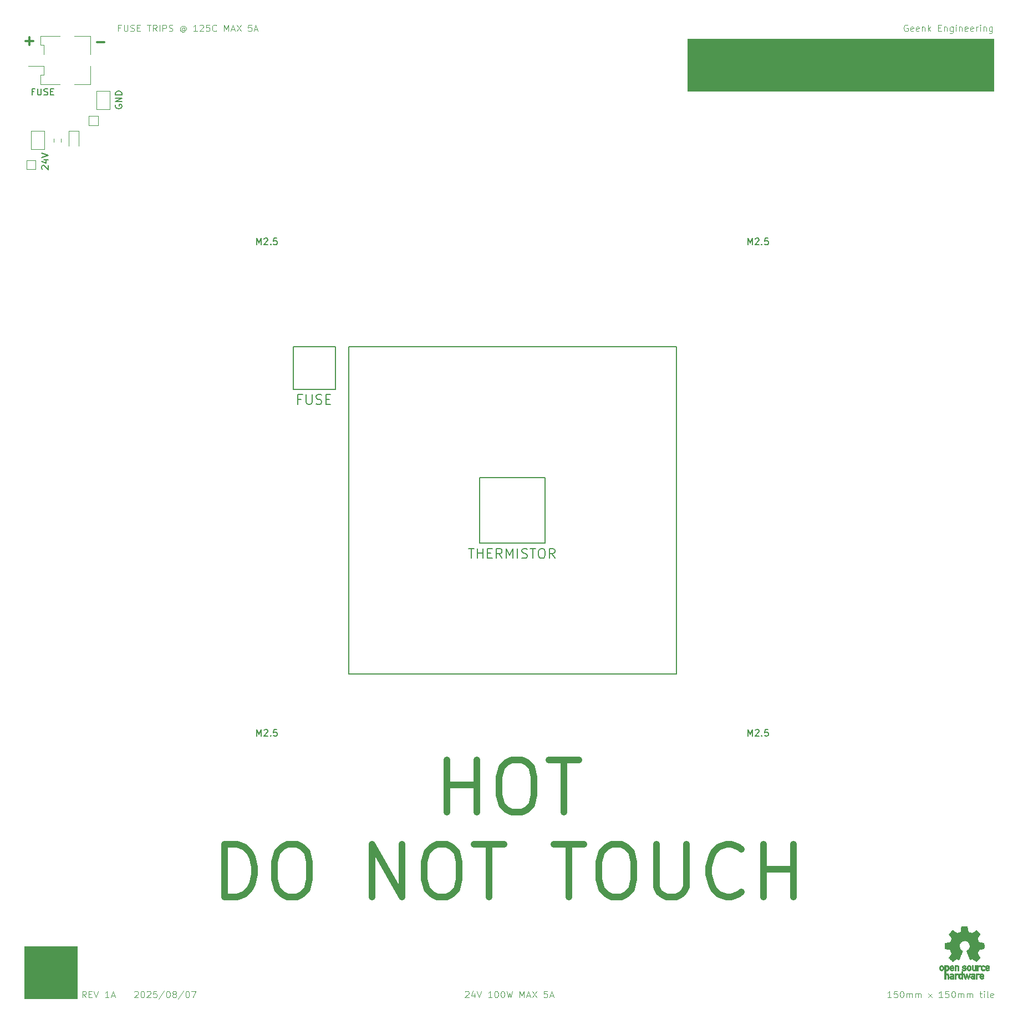
<source format=gbr>
%TF.GenerationSoftware,KiCad,Pcbnew,9.0.3-9.0.3-0~ubuntu24.04.1*%
%TF.CreationDate,2025-08-07T22:47:51-04:00*%
%TF.ProjectId,pcb-heater,7063622d-6865-4617-9465-722e6b696361,rev?*%
%TF.SameCoordinates,Original*%
%TF.FileFunction,Legend,Top*%
%TF.FilePolarity,Positive*%
%FSLAX46Y46*%
G04 Gerber Fmt 4.6, Leading zero omitted, Abs format (unit mm)*
G04 Created by KiCad (PCBNEW 9.0.3-9.0.3-0~ubuntu24.04.1) date 2025-08-07 22:47:51*
%MOMM*%
%LPD*%
G01*
G04 APERTURE LIST*
%ADD10C,0.200000*%
%ADD11C,0.100000*%
%ADD12C,0.300000*%
%ADD13C,1.000000*%
%ADD14C,0.125000*%
%ADD15C,0.187500*%
%ADD16C,0.150000*%
%ADD17C,0.120000*%
%ADD18C,0.010000*%
G04 APERTURE END LIST*
D10*
X100000000Y-100000000D02*
X110000000Y-100000000D01*
X110000000Y-110000000D01*
X100000000Y-110000000D01*
X100000000Y-100000000D01*
D11*
X30500000Y-171500000D02*
X38500000Y-171500000D01*
X38500000Y-179500000D01*
X30500000Y-179500000D01*
X30500000Y-171500000D01*
G36*
X30500000Y-171500000D02*
G01*
X38500000Y-171500000D01*
X38500000Y-179500000D01*
X30500000Y-179500000D01*
X30500000Y-171500000D01*
G37*
D10*
X71500000Y-80000000D02*
X78000000Y-80000000D01*
X78000000Y-86500000D01*
X71500000Y-86500000D01*
X71500000Y-80000000D01*
X80000000Y-80000000D02*
X130000000Y-80000000D01*
X130000000Y-130000000D01*
X80000000Y-130000000D01*
X80000000Y-80000000D01*
D11*
X131750000Y-33000000D02*
X178500000Y-33000000D01*
X178500000Y-41000000D01*
X131750000Y-41000000D01*
X131750000Y-33000000D01*
G36*
X131750000Y-33000000D02*
G01*
X178500000Y-33000000D01*
X178500000Y-41000000D01*
X131750000Y-41000000D01*
X131750000Y-33000000D01*
G37*
D12*
X31229400Y-33945489D02*
X31229400Y-32802632D01*
X31800828Y-33374060D02*
X30657971Y-33374060D01*
D13*
X94976190Y-151089400D02*
X94976190Y-143089400D01*
X94976190Y-146898924D02*
X99547619Y-146898924D01*
X99547619Y-151089400D02*
X99547619Y-143089400D01*
X104880952Y-143089400D02*
X106404761Y-143089400D01*
X106404761Y-143089400D02*
X107166666Y-143470352D01*
X107166666Y-143470352D02*
X107928571Y-144232257D01*
X107928571Y-144232257D02*
X108309523Y-145756067D01*
X108309523Y-145756067D02*
X108309523Y-148422733D01*
X108309523Y-148422733D02*
X107928571Y-149946543D01*
X107928571Y-149946543D02*
X107166666Y-150708448D01*
X107166666Y-150708448D02*
X106404761Y-151089400D01*
X106404761Y-151089400D02*
X104880952Y-151089400D01*
X104880952Y-151089400D02*
X104119047Y-150708448D01*
X104119047Y-150708448D02*
X103357142Y-149946543D01*
X103357142Y-149946543D02*
X102976190Y-148422733D01*
X102976190Y-148422733D02*
X102976190Y-145756067D01*
X102976190Y-145756067D02*
X103357142Y-144232257D01*
X103357142Y-144232257D02*
X104119047Y-143470352D01*
X104119047Y-143470352D02*
X104880952Y-143089400D01*
X110595237Y-143089400D02*
X115166666Y-143089400D01*
X112880952Y-151089400D02*
X112880952Y-143089400D01*
X61071429Y-163968952D02*
X61071429Y-155968952D01*
X61071429Y-155968952D02*
X62976191Y-155968952D01*
X62976191Y-155968952D02*
X64119048Y-156349904D01*
X64119048Y-156349904D02*
X64880953Y-157111809D01*
X64880953Y-157111809D02*
X65261906Y-157873714D01*
X65261906Y-157873714D02*
X65642858Y-159397523D01*
X65642858Y-159397523D02*
X65642858Y-160540380D01*
X65642858Y-160540380D02*
X65261906Y-162064190D01*
X65261906Y-162064190D02*
X64880953Y-162826095D01*
X64880953Y-162826095D02*
X64119048Y-163588000D01*
X64119048Y-163588000D02*
X62976191Y-163968952D01*
X62976191Y-163968952D02*
X61071429Y-163968952D01*
X70595239Y-155968952D02*
X72119048Y-155968952D01*
X72119048Y-155968952D02*
X72880953Y-156349904D01*
X72880953Y-156349904D02*
X73642858Y-157111809D01*
X73642858Y-157111809D02*
X74023810Y-158635619D01*
X74023810Y-158635619D02*
X74023810Y-161302285D01*
X74023810Y-161302285D02*
X73642858Y-162826095D01*
X73642858Y-162826095D02*
X72880953Y-163588000D01*
X72880953Y-163588000D02*
X72119048Y-163968952D01*
X72119048Y-163968952D02*
X70595239Y-163968952D01*
X70595239Y-163968952D02*
X69833334Y-163588000D01*
X69833334Y-163588000D02*
X69071429Y-162826095D01*
X69071429Y-162826095D02*
X68690477Y-161302285D01*
X68690477Y-161302285D02*
X68690477Y-158635619D01*
X68690477Y-158635619D02*
X69071429Y-157111809D01*
X69071429Y-157111809D02*
X69833334Y-156349904D01*
X69833334Y-156349904D02*
X70595239Y-155968952D01*
X83547619Y-163968952D02*
X83547619Y-155968952D01*
X83547619Y-155968952D02*
X88119048Y-163968952D01*
X88119048Y-163968952D02*
X88119048Y-155968952D01*
X93452381Y-155968952D02*
X94976190Y-155968952D01*
X94976190Y-155968952D02*
X95738095Y-156349904D01*
X95738095Y-156349904D02*
X96500000Y-157111809D01*
X96500000Y-157111809D02*
X96880952Y-158635619D01*
X96880952Y-158635619D02*
X96880952Y-161302285D01*
X96880952Y-161302285D02*
X96500000Y-162826095D01*
X96500000Y-162826095D02*
X95738095Y-163588000D01*
X95738095Y-163588000D02*
X94976190Y-163968952D01*
X94976190Y-163968952D02*
X93452381Y-163968952D01*
X93452381Y-163968952D02*
X92690476Y-163588000D01*
X92690476Y-163588000D02*
X91928571Y-162826095D01*
X91928571Y-162826095D02*
X91547619Y-161302285D01*
X91547619Y-161302285D02*
X91547619Y-158635619D01*
X91547619Y-158635619D02*
X91928571Y-157111809D01*
X91928571Y-157111809D02*
X92690476Y-156349904D01*
X92690476Y-156349904D02*
X93452381Y-155968952D01*
X99166666Y-155968952D02*
X103738095Y-155968952D01*
X101452381Y-163968952D02*
X101452381Y-155968952D01*
X111357142Y-155968952D02*
X115928571Y-155968952D01*
X113642857Y-163968952D02*
X113642857Y-155968952D01*
X120119047Y-155968952D02*
X121642856Y-155968952D01*
X121642856Y-155968952D02*
X122404761Y-156349904D01*
X122404761Y-156349904D02*
X123166666Y-157111809D01*
X123166666Y-157111809D02*
X123547618Y-158635619D01*
X123547618Y-158635619D02*
X123547618Y-161302285D01*
X123547618Y-161302285D02*
X123166666Y-162826095D01*
X123166666Y-162826095D02*
X122404761Y-163588000D01*
X122404761Y-163588000D02*
X121642856Y-163968952D01*
X121642856Y-163968952D02*
X120119047Y-163968952D01*
X120119047Y-163968952D02*
X119357142Y-163588000D01*
X119357142Y-163588000D02*
X118595237Y-162826095D01*
X118595237Y-162826095D02*
X118214285Y-161302285D01*
X118214285Y-161302285D02*
X118214285Y-158635619D01*
X118214285Y-158635619D02*
X118595237Y-157111809D01*
X118595237Y-157111809D02*
X119357142Y-156349904D01*
X119357142Y-156349904D02*
X120119047Y-155968952D01*
X126976189Y-155968952D02*
X126976189Y-162445142D01*
X126976189Y-162445142D02*
X127357142Y-163207047D01*
X127357142Y-163207047D02*
X127738094Y-163588000D01*
X127738094Y-163588000D02*
X128499999Y-163968952D01*
X128499999Y-163968952D02*
X130023808Y-163968952D01*
X130023808Y-163968952D02*
X130785713Y-163588000D01*
X130785713Y-163588000D02*
X131166666Y-163207047D01*
X131166666Y-163207047D02*
X131547618Y-162445142D01*
X131547618Y-162445142D02*
X131547618Y-155968952D01*
X139928570Y-163207047D02*
X139547618Y-163588000D01*
X139547618Y-163588000D02*
X138404760Y-163968952D01*
X138404760Y-163968952D02*
X137642856Y-163968952D01*
X137642856Y-163968952D02*
X136499999Y-163588000D01*
X136499999Y-163588000D02*
X135738094Y-162826095D01*
X135738094Y-162826095D02*
X135357141Y-162064190D01*
X135357141Y-162064190D02*
X134976189Y-160540380D01*
X134976189Y-160540380D02*
X134976189Y-159397523D01*
X134976189Y-159397523D02*
X135357141Y-157873714D01*
X135357141Y-157873714D02*
X135738094Y-157111809D01*
X135738094Y-157111809D02*
X136499999Y-156349904D01*
X136499999Y-156349904D02*
X137642856Y-155968952D01*
X137642856Y-155968952D02*
X138404760Y-155968952D01*
X138404760Y-155968952D02*
X139547618Y-156349904D01*
X139547618Y-156349904D02*
X139928570Y-156730857D01*
X143357141Y-163968952D02*
X143357141Y-155968952D01*
X143357141Y-159778476D02*
X147928570Y-159778476D01*
X147928570Y-163968952D02*
X147928570Y-155968952D01*
D14*
X162844140Y-179371119D02*
X162272712Y-179371119D01*
X162558426Y-179371119D02*
X162558426Y-178371119D01*
X162558426Y-178371119D02*
X162463188Y-178513976D01*
X162463188Y-178513976D02*
X162367950Y-178609214D01*
X162367950Y-178609214D02*
X162272712Y-178656833D01*
X163748902Y-178371119D02*
X163272712Y-178371119D01*
X163272712Y-178371119D02*
X163225093Y-178847309D01*
X163225093Y-178847309D02*
X163272712Y-178799690D01*
X163272712Y-178799690D02*
X163367950Y-178752071D01*
X163367950Y-178752071D02*
X163606045Y-178752071D01*
X163606045Y-178752071D02*
X163701283Y-178799690D01*
X163701283Y-178799690D02*
X163748902Y-178847309D01*
X163748902Y-178847309D02*
X163796521Y-178942547D01*
X163796521Y-178942547D02*
X163796521Y-179180642D01*
X163796521Y-179180642D02*
X163748902Y-179275880D01*
X163748902Y-179275880D02*
X163701283Y-179323500D01*
X163701283Y-179323500D02*
X163606045Y-179371119D01*
X163606045Y-179371119D02*
X163367950Y-179371119D01*
X163367950Y-179371119D02*
X163272712Y-179323500D01*
X163272712Y-179323500D02*
X163225093Y-179275880D01*
X164415569Y-178371119D02*
X164510807Y-178371119D01*
X164510807Y-178371119D02*
X164606045Y-178418738D01*
X164606045Y-178418738D02*
X164653664Y-178466357D01*
X164653664Y-178466357D02*
X164701283Y-178561595D01*
X164701283Y-178561595D02*
X164748902Y-178752071D01*
X164748902Y-178752071D02*
X164748902Y-178990166D01*
X164748902Y-178990166D02*
X164701283Y-179180642D01*
X164701283Y-179180642D02*
X164653664Y-179275880D01*
X164653664Y-179275880D02*
X164606045Y-179323500D01*
X164606045Y-179323500D02*
X164510807Y-179371119D01*
X164510807Y-179371119D02*
X164415569Y-179371119D01*
X164415569Y-179371119D02*
X164320331Y-179323500D01*
X164320331Y-179323500D02*
X164272712Y-179275880D01*
X164272712Y-179275880D02*
X164225093Y-179180642D01*
X164225093Y-179180642D02*
X164177474Y-178990166D01*
X164177474Y-178990166D02*
X164177474Y-178752071D01*
X164177474Y-178752071D02*
X164225093Y-178561595D01*
X164225093Y-178561595D02*
X164272712Y-178466357D01*
X164272712Y-178466357D02*
X164320331Y-178418738D01*
X164320331Y-178418738D02*
X164415569Y-178371119D01*
X165177474Y-179371119D02*
X165177474Y-178704452D01*
X165177474Y-178799690D02*
X165225093Y-178752071D01*
X165225093Y-178752071D02*
X165320331Y-178704452D01*
X165320331Y-178704452D02*
X165463188Y-178704452D01*
X165463188Y-178704452D02*
X165558426Y-178752071D01*
X165558426Y-178752071D02*
X165606045Y-178847309D01*
X165606045Y-178847309D02*
X165606045Y-179371119D01*
X165606045Y-178847309D02*
X165653664Y-178752071D01*
X165653664Y-178752071D02*
X165748902Y-178704452D01*
X165748902Y-178704452D02*
X165891759Y-178704452D01*
X165891759Y-178704452D02*
X165986998Y-178752071D01*
X165986998Y-178752071D02*
X166034617Y-178847309D01*
X166034617Y-178847309D02*
X166034617Y-179371119D01*
X166510807Y-179371119D02*
X166510807Y-178704452D01*
X166510807Y-178799690D02*
X166558426Y-178752071D01*
X166558426Y-178752071D02*
X166653664Y-178704452D01*
X166653664Y-178704452D02*
X166796521Y-178704452D01*
X166796521Y-178704452D02*
X166891759Y-178752071D01*
X166891759Y-178752071D02*
X166939378Y-178847309D01*
X166939378Y-178847309D02*
X166939378Y-179371119D01*
X166939378Y-178847309D02*
X166986997Y-178752071D01*
X166986997Y-178752071D02*
X167082235Y-178704452D01*
X167082235Y-178704452D02*
X167225092Y-178704452D01*
X167225092Y-178704452D02*
X167320331Y-178752071D01*
X167320331Y-178752071D02*
X167367950Y-178847309D01*
X167367950Y-178847309D02*
X167367950Y-179371119D01*
X168510807Y-179371119D02*
X169034616Y-178704452D01*
X168510807Y-178704452D02*
X169034616Y-179371119D01*
X170701283Y-179371119D02*
X170129855Y-179371119D01*
X170415569Y-179371119D02*
X170415569Y-178371119D01*
X170415569Y-178371119D02*
X170320331Y-178513976D01*
X170320331Y-178513976D02*
X170225093Y-178609214D01*
X170225093Y-178609214D02*
X170129855Y-178656833D01*
X171606045Y-178371119D02*
X171129855Y-178371119D01*
X171129855Y-178371119D02*
X171082236Y-178847309D01*
X171082236Y-178847309D02*
X171129855Y-178799690D01*
X171129855Y-178799690D02*
X171225093Y-178752071D01*
X171225093Y-178752071D02*
X171463188Y-178752071D01*
X171463188Y-178752071D02*
X171558426Y-178799690D01*
X171558426Y-178799690D02*
X171606045Y-178847309D01*
X171606045Y-178847309D02*
X171653664Y-178942547D01*
X171653664Y-178942547D02*
X171653664Y-179180642D01*
X171653664Y-179180642D02*
X171606045Y-179275880D01*
X171606045Y-179275880D02*
X171558426Y-179323500D01*
X171558426Y-179323500D02*
X171463188Y-179371119D01*
X171463188Y-179371119D02*
X171225093Y-179371119D01*
X171225093Y-179371119D02*
X171129855Y-179323500D01*
X171129855Y-179323500D02*
X171082236Y-179275880D01*
X172272712Y-178371119D02*
X172367950Y-178371119D01*
X172367950Y-178371119D02*
X172463188Y-178418738D01*
X172463188Y-178418738D02*
X172510807Y-178466357D01*
X172510807Y-178466357D02*
X172558426Y-178561595D01*
X172558426Y-178561595D02*
X172606045Y-178752071D01*
X172606045Y-178752071D02*
X172606045Y-178990166D01*
X172606045Y-178990166D02*
X172558426Y-179180642D01*
X172558426Y-179180642D02*
X172510807Y-179275880D01*
X172510807Y-179275880D02*
X172463188Y-179323500D01*
X172463188Y-179323500D02*
X172367950Y-179371119D01*
X172367950Y-179371119D02*
X172272712Y-179371119D01*
X172272712Y-179371119D02*
X172177474Y-179323500D01*
X172177474Y-179323500D02*
X172129855Y-179275880D01*
X172129855Y-179275880D02*
X172082236Y-179180642D01*
X172082236Y-179180642D02*
X172034617Y-178990166D01*
X172034617Y-178990166D02*
X172034617Y-178752071D01*
X172034617Y-178752071D02*
X172082236Y-178561595D01*
X172082236Y-178561595D02*
X172129855Y-178466357D01*
X172129855Y-178466357D02*
X172177474Y-178418738D01*
X172177474Y-178418738D02*
X172272712Y-178371119D01*
X173034617Y-179371119D02*
X173034617Y-178704452D01*
X173034617Y-178799690D02*
X173082236Y-178752071D01*
X173082236Y-178752071D02*
X173177474Y-178704452D01*
X173177474Y-178704452D02*
X173320331Y-178704452D01*
X173320331Y-178704452D02*
X173415569Y-178752071D01*
X173415569Y-178752071D02*
X173463188Y-178847309D01*
X173463188Y-178847309D02*
X173463188Y-179371119D01*
X173463188Y-178847309D02*
X173510807Y-178752071D01*
X173510807Y-178752071D02*
X173606045Y-178704452D01*
X173606045Y-178704452D02*
X173748902Y-178704452D01*
X173748902Y-178704452D02*
X173844141Y-178752071D01*
X173844141Y-178752071D02*
X173891760Y-178847309D01*
X173891760Y-178847309D02*
X173891760Y-179371119D01*
X174367950Y-179371119D02*
X174367950Y-178704452D01*
X174367950Y-178799690D02*
X174415569Y-178752071D01*
X174415569Y-178752071D02*
X174510807Y-178704452D01*
X174510807Y-178704452D02*
X174653664Y-178704452D01*
X174653664Y-178704452D02*
X174748902Y-178752071D01*
X174748902Y-178752071D02*
X174796521Y-178847309D01*
X174796521Y-178847309D02*
X174796521Y-179371119D01*
X174796521Y-178847309D02*
X174844140Y-178752071D01*
X174844140Y-178752071D02*
X174939378Y-178704452D01*
X174939378Y-178704452D02*
X175082235Y-178704452D01*
X175082235Y-178704452D02*
X175177474Y-178752071D01*
X175177474Y-178752071D02*
X175225093Y-178847309D01*
X175225093Y-178847309D02*
X175225093Y-179371119D01*
X176320331Y-178704452D02*
X176701283Y-178704452D01*
X176463188Y-178371119D02*
X176463188Y-179228261D01*
X176463188Y-179228261D02*
X176510807Y-179323500D01*
X176510807Y-179323500D02*
X176606045Y-179371119D01*
X176606045Y-179371119D02*
X176701283Y-179371119D01*
X177034617Y-179371119D02*
X177034617Y-178704452D01*
X177034617Y-178371119D02*
X176986998Y-178418738D01*
X176986998Y-178418738D02*
X177034617Y-178466357D01*
X177034617Y-178466357D02*
X177082236Y-178418738D01*
X177082236Y-178418738D02*
X177034617Y-178371119D01*
X177034617Y-178371119D02*
X177034617Y-178466357D01*
X177653664Y-179371119D02*
X177558426Y-179323500D01*
X177558426Y-179323500D02*
X177510807Y-179228261D01*
X177510807Y-179228261D02*
X177510807Y-178371119D01*
X178415569Y-179323500D02*
X178320331Y-179371119D01*
X178320331Y-179371119D02*
X178129855Y-179371119D01*
X178129855Y-179371119D02*
X178034617Y-179323500D01*
X178034617Y-179323500D02*
X177986998Y-179228261D01*
X177986998Y-179228261D02*
X177986998Y-178847309D01*
X177986998Y-178847309D02*
X178034617Y-178752071D01*
X178034617Y-178752071D02*
X178129855Y-178704452D01*
X178129855Y-178704452D02*
X178320331Y-178704452D01*
X178320331Y-178704452D02*
X178415569Y-178752071D01*
X178415569Y-178752071D02*
X178463188Y-178847309D01*
X178463188Y-178847309D02*
X178463188Y-178942547D01*
X178463188Y-178942547D02*
X177986998Y-179037785D01*
X45153664Y-31347309D02*
X44820331Y-31347309D01*
X44820331Y-31871119D02*
X44820331Y-30871119D01*
X44820331Y-30871119D02*
X45296521Y-30871119D01*
X45677474Y-30871119D02*
X45677474Y-31680642D01*
X45677474Y-31680642D02*
X45725093Y-31775880D01*
X45725093Y-31775880D02*
X45772712Y-31823500D01*
X45772712Y-31823500D02*
X45867950Y-31871119D01*
X45867950Y-31871119D02*
X46058426Y-31871119D01*
X46058426Y-31871119D02*
X46153664Y-31823500D01*
X46153664Y-31823500D02*
X46201283Y-31775880D01*
X46201283Y-31775880D02*
X46248902Y-31680642D01*
X46248902Y-31680642D02*
X46248902Y-30871119D01*
X46677474Y-31823500D02*
X46820331Y-31871119D01*
X46820331Y-31871119D02*
X47058426Y-31871119D01*
X47058426Y-31871119D02*
X47153664Y-31823500D01*
X47153664Y-31823500D02*
X47201283Y-31775880D01*
X47201283Y-31775880D02*
X47248902Y-31680642D01*
X47248902Y-31680642D02*
X47248902Y-31585404D01*
X47248902Y-31585404D02*
X47201283Y-31490166D01*
X47201283Y-31490166D02*
X47153664Y-31442547D01*
X47153664Y-31442547D02*
X47058426Y-31394928D01*
X47058426Y-31394928D02*
X46867950Y-31347309D01*
X46867950Y-31347309D02*
X46772712Y-31299690D01*
X46772712Y-31299690D02*
X46725093Y-31252071D01*
X46725093Y-31252071D02*
X46677474Y-31156833D01*
X46677474Y-31156833D02*
X46677474Y-31061595D01*
X46677474Y-31061595D02*
X46725093Y-30966357D01*
X46725093Y-30966357D02*
X46772712Y-30918738D01*
X46772712Y-30918738D02*
X46867950Y-30871119D01*
X46867950Y-30871119D02*
X47106045Y-30871119D01*
X47106045Y-30871119D02*
X47248902Y-30918738D01*
X47677474Y-31347309D02*
X48010807Y-31347309D01*
X48153664Y-31871119D02*
X47677474Y-31871119D01*
X47677474Y-31871119D02*
X47677474Y-30871119D01*
X47677474Y-30871119D02*
X48153664Y-30871119D01*
X49201284Y-30871119D02*
X49772712Y-30871119D01*
X49486998Y-31871119D02*
X49486998Y-30871119D01*
X50677474Y-31871119D02*
X50344141Y-31394928D01*
X50106046Y-31871119D02*
X50106046Y-30871119D01*
X50106046Y-30871119D02*
X50486998Y-30871119D01*
X50486998Y-30871119D02*
X50582236Y-30918738D01*
X50582236Y-30918738D02*
X50629855Y-30966357D01*
X50629855Y-30966357D02*
X50677474Y-31061595D01*
X50677474Y-31061595D02*
X50677474Y-31204452D01*
X50677474Y-31204452D02*
X50629855Y-31299690D01*
X50629855Y-31299690D02*
X50582236Y-31347309D01*
X50582236Y-31347309D02*
X50486998Y-31394928D01*
X50486998Y-31394928D02*
X50106046Y-31394928D01*
X51106046Y-31871119D02*
X51106046Y-30871119D01*
X51582236Y-31871119D02*
X51582236Y-30871119D01*
X51582236Y-30871119D02*
X51963188Y-30871119D01*
X51963188Y-30871119D02*
X52058426Y-30918738D01*
X52058426Y-30918738D02*
X52106045Y-30966357D01*
X52106045Y-30966357D02*
X52153664Y-31061595D01*
X52153664Y-31061595D02*
X52153664Y-31204452D01*
X52153664Y-31204452D02*
X52106045Y-31299690D01*
X52106045Y-31299690D02*
X52058426Y-31347309D01*
X52058426Y-31347309D02*
X51963188Y-31394928D01*
X51963188Y-31394928D02*
X51582236Y-31394928D01*
X52534617Y-31823500D02*
X52677474Y-31871119D01*
X52677474Y-31871119D02*
X52915569Y-31871119D01*
X52915569Y-31871119D02*
X53010807Y-31823500D01*
X53010807Y-31823500D02*
X53058426Y-31775880D01*
X53058426Y-31775880D02*
X53106045Y-31680642D01*
X53106045Y-31680642D02*
X53106045Y-31585404D01*
X53106045Y-31585404D02*
X53058426Y-31490166D01*
X53058426Y-31490166D02*
X53010807Y-31442547D01*
X53010807Y-31442547D02*
X52915569Y-31394928D01*
X52915569Y-31394928D02*
X52725093Y-31347309D01*
X52725093Y-31347309D02*
X52629855Y-31299690D01*
X52629855Y-31299690D02*
X52582236Y-31252071D01*
X52582236Y-31252071D02*
X52534617Y-31156833D01*
X52534617Y-31156833D02*
X52534617Y-31061595D01*
X52534617Y-31061595D02*
X52582236Y-30966357D01*
X52582236Y-30966357D02*
X52629855Y-30918738D01*
X52629855Y-30918738D02*
X52725093Y-30871119D01*
X52725093Y-30871119D02*
X52963188Y-30871119D01*
X52963188Y-30871119D02*
X53106045Y-30918738D01*
X54915569Y-31394928D02*
X54867950Y-31347309D01*
X54867950Y-31347309D02*
X54772712Y-31299690D01*
X54772712Y-31299690D02*
X54677474Y-31299690D01*
X54677474Y-31299690D02*
X54582236Y-31347309D01*
X54582236Y-31347309D02*
X54534617Y-31394928D01*
X54534617Y-31394928D02*
X54486998Y-31490166D01*
X54486998Y-31490166D02*
X54486998Y-31585404D01*
X54486998Y-31585404D02*
X54534617Y-31680642D01*
X54534617Y-31680642D02*
X54582236Y-31728261D01*
X54582236Y-31728261D02*
X54677474Y-31775880D01*
X54677474Y-31775880D02*
X54772712Y-31775880D01*
X54772712Y-31775880D02*
X54867950Y-31728261D01*
X54867950Y-31728261D02*
X54915569Y-31680642D01*
X54915569Y-31299690D02*
X54915569Y-31680642D01*
X54915569Y-31680642D02*
X54963188Y-31728261D01*
X54963188Y-31728261D02*
X55010807Y-31728261D01*
X55010807Y-31728261D02*
X55106046Y-31680642D01*
X55106046Y-31680642D02*
X55153665Y-31585404D01*
X55153665Y-31585404D02*
X55153665Y-31347309D01*
X55153665Y-31347309D02*
X55058427Y-31204452D01*
X55058427Y-31204452D02*
X54915569Y-31109214D01*
X54915569Y-31109214D02*
X54725093Y-31061595D01*
X54725093Y-31061595D02*
X54534617Y-31109214D01*
X54534617Y-31109214D02*
X54391760Y-31204452D01*
X54391760Y-31204452D02*
X54296522Y-31347309D01*
X54296522Y-31347309D02*
X54248903Y-31537785D01*
X54248903Y-31537785D02*
X54296522Y-31728261D01*
X54296522Y-31728261D02*
X54391760Y-31871119D01*
X54391760Y-31871119D02*
X54534617Y-31966357D01*
X54534617Y-31966357D02*
X54725093Y-32013976D01*
X54725093Y-32013976D02*
X54915569Y-31966357D01*
X54915569Y-31966357D02*
X55058427Y-31871119D01*
X56867950Y-31871119D02*
X56296522Y-31871119D01*
X56582236Y-31871119D02*
X56582236Y-30871119D01*
X56582236Y-30871119D02*
X56486998Y-31013976D01*
X56486998Y-31013976D02*
X56391760Y-31109214D01*
X56391760Y-31109214D02*
X56296522Y-31156833D01*
X57248903Y-30966357D02*
X57296522Y-30918738D01*
X57296522Y-30918738D02*
X57391760Y-30871119D01*
X57391760Y-30871119D02*
X57629855Y-30871119D01*
X57629855Y-30871119D02*
X57725093Y-30918738D01*
X57725093Y-30918738D02*
X57772712Y-30966357D01*
X57772712Y-30966357D02*
X57820331Y-31061595D01*
X57820331Y-31061595D02*
X57820331Y-31156833D01*
X57820331Y-31156833D02*
X57772712Y-31299690D01*
X57772712Y-31299690D02*
X57201284Y-31871119D01*
X57201284Y-31871119D02*
X57820331Y-31871119D01*
X58725093Y-30871119D02*
X58248903Y-30871119D01*
X58248903Y-30871119D02*
X58201284Y-31347309D01*
X58201284Y-31347309D02*
X58248903Y-31299690D01*
X58248903Y-31299690D02*
X58344141Y-31252071D01*
X58344141Y-31252071D02*
X58582236Y-31252071D01*
X58582236Y-31252071D02*
X58677474Y-31299690D01*
X58677474Y-31299690D02*
X58725093Y-31347309D01*
X58725093Y-31347309D02*
X58772712Y-31442547D01*
X58772712Y-31442547D02*
X58772712Y-31680642D01*
X58772712Y-31680642D02*
X58725093Y-31775880D01*
X58725093Y-31775880D02*
X58677474Y-31823500D01*
X58677474Y-31823500D02*
X58582236Y-31871119D01*
X58582236Y-31871119D02*
X58344141Y-31871119D01*
X58344141Y-31871119D02*
X58248903Y-31823500D01*
X58248903Y-31823500D02*
X58201284Y-31775880D01*
X59772712Y-31775880D02*
X59725093Y-31823500D01*
X59725093Y-31823500D02*
X59582236Y-31871119D01*
X59582236Y-31871119D02*
X59486998Y-31871119D01*
X59486998Y-31871119D02*
X59344141Y-31823500D01*
X59344141Y-31823500D02*
X59248903Y-31728261D01*
X59248903Y-31728261D02*
X59201284Y-31633023D01*
X59201284Y-31633023D02*
X59153665Y-31442547D01*
X59153665Y-31442547D02*
X59153665Y-31299690D01*
X59153665Y-31299690D02*
X59201284Y-31109214D01*
X59201284Y-31109214D02*
X59248903Y-31013976D01*
X59248903Y-31013976D02*
X59344141Y-30918738D01*
X59344141Y-30918738D02*
X59486998Y-30871119D01*
X59486998Y-30871119D02*
X59582236Y-30871119D01*
X59582236Y-30871119D02*
X59725093Y-30918738D01*
X59725093Y-30918738D02*
X59772712Y-30966357D01*
X60963189Y-31871119D02*
X60963189Y-30871119D01*
X60963189Y-30871119D02*
X61296522Y-31585404D01*
X61296522Y-31585404D02*
X61629855Y-30871119D01*
X61629855Y-30871119D02*
X61629855Y-31871119D01*
X62058427Y-31585404D02*
X62534617Y-31585404D01*
X61963189Y-31871119D02*
X62296522Y-30871119D01*
X62296522Y-30871119D02*
X62629855Y-31871119D01*
X62867951Y-30871119D02*
X63534617Y-31871119D01*
X63534617Y-30871119D02*
X62867951Y-31871119D01*
X65153665Y-30871119D02*
X64677475Y-30871119D01*
X64677475Y-30871119D02*
X64629856Y-31347309D01*
X64629856Y-31347309D02*
X64677475Y-31299690D01*
X64677475Y-31299690D02*
X64772713Y-31252071D01*
X64772713Y-31252071D02*
X65010808Y-31252071D01*
X65010808Y-31252071D02*
X65106046Y-31299690D01*
X65106046Y-31299690D02*
X65153665Y-31347309D01*
X65153665Y-31347309D02*
X65201284Y-31442547D01*
X65201284Y-31442547D02*
X65201284Y-31680642D01*
X65201284Y-31680642D02*
X65153665Y-31775880D01*
X65153665Y-31775880D02*
X65106046Y-31823500D01*
X65106046Y-31823500D02*
X65010808Y-31871119D01*
X65010808Y-31871119D02*
X64772713Y-31871119D01*
X64772713Y-31871119D02*
X64677475Y-31823500D01*
X64677475Y-31823500D02*
X64629856Y-31775880D01*
X65582237Y-31585404D02*
X66058427Y-31585404D01*
X65486999Y-31871119D02*
X65820332Y-30871119D01*
X65820332Y-30871119D02*
X66153665Y-31871119D01*
D15*
X98266212Y-110806678D02*
X99123355Y-110806678D01*
X98694783Y-112306678D02*
X98694783Y-110806678D01*
X99623354Y-112306678D02*
X99623354Y-110806678D01*
X99623354Y-111520964D02*
X100480497Y-111520964D01*
X100480497Y-112306678D02*
X100480497Y-110806678D01*
X101194783Y-111520964D02*
X101694783Y-111520964D01*
X101909069Y-112306678D02*
X101194783Y-112306678D01*
X101194783Y-112306678D02*
X101194783Y-110806678D01*
X101194783Y-110806678D02*
X101909069Y-110806678D01*
X103409069Y-112306678D02*
X102909069Y-111592392D01*
X102551926Y-112306678D02*
X102551926Y-110806678D01*
X102551926Y-110806678D02*
X103123355Y-110806678D01*
X103123355Y-110806678D02*
X103266212Y-110878107D01*
X103266212Y-110878107D02*
X103337641Y-110949535D01*
X103337641Y-110949535D02*
X103409069Y-111092392D01*
X103409069Y-111092392D02*
X103409069Y-111306678D01*
X103409069Y-111306678D02*
X103337641Y-111449535D01*
X103337641Y-111449535D02*
X103266212Y-111520964D01*
X103266212Y-111520964D02*
X103123355Y-111592392D01*
X103123355Y-111592392D02*
X102551926Y-111592392D01*
X104051926Y-112306678D02*
X104051926Y-110806678D01*
X104051926Y-110806678D02*
X104551926Y-111878107D01*
X104551926Y-111878107D02*
X105051926Y-110806678D01*
X105051926Y-110806678D02*
X105051926Y-112306678D01*
X105766212Y-112306678D02*
X105766212Y-110806678D01*
X106409070Y-112235250D02*
X106623356Y-112306678D01*
X106623356Y-112306678D02*
X106980498Y-112306678D01*
X106980498Y-112306678D02*
X107123356Y-112235250D01*
X107123356Y-112235250D02*
X107194784Y-112163821D01*
X107194784Y-112163821D02*
X107266213Y-112020964D01*
X107266213Y-112020964D02*
X107266213Y-111878107D01*
X107266213Y-111878107D02*
X107194784Y-111735250D01*
X107194784Y-111735250D02*
X107123356Y-111663821D01*
X107123356Y-111663821D02*
X106980498Y-111592392D01*
X106980498Y-111592392D02*
X106694784Y-111520964D01*
X106694784Y-111520964D02*
X106551927Y-111449535D01*
X106551927Y-111449535D02*
X106480498Y-111378107D01*
X106480498Y-111378107D02*
X106409070Y-111235250D01*
X106409070Y-111235250D02*
X106409070Y-111092392D01*
X106409070Y-111092392D02*
X106480498Y-110949535D01*
X106480498Y-110949535D02*
X106551927Y-110878107D01*
X106551927Y-110878107D02*
X106694784Y-110806678D01*
X106694784Y-110806678D02*
X107051927Y-110806678D01*
X107051927Y-110806678D02*
X107266213Y-110878107D01*
X107694784Y-110806678D02*
X108551927Y-110806678D01*
X108123355Y-112306678D02*
X108123355Y-110806678D01*
X109337641Y-110806678D02*
X109623355Y-110806678D01*
X109623355Y-110806678D02*
X109766212Y-110878107D01*
X109766212Y-110878107D02*
X109909069Y-111020964D01*
X109909069Y-111020964D02*
X109980498Y-111306678D01*
X109980498Y-111306678D02*
X109980498Y-111806678D01*
X109980498Y-111806678D02*
X109909069Y-112092392D01*
X109909069Y-112092392D02*
X109766212Y-112235250D01*
X109766212Y-112235250D02*
X109623355Y-112306678D01*
X109623355Y-112306678D02*
X109337641Y-112306678D01*
X109337641Y-112306678D02*
X109194784Y-112235250D01*
X109194784Y-112235250D02*
X109051926Y-112092392D01*
X109051926Y-112092392D02*
X108980498Y-111806678D01*
X108980498Y-111806678D02*
X108980498Y-111306678D01*
X108980498Y-111306678D02*
X109051926Y-111020964D01*
X109051926Y-111020964D02*
X109194784Y-110878107D01*
X109194784Y-110878107D02*
X109337641Y-110806678D01*
X111480498Y-112306678D02*
X110980498Y-111592392D01*
X110623355Y-112306678D02*
X110623355Y-110806678D01*
X110623355Y-110806678D02*
X111194784Y-110806678D01*
X111194784Y-110806678D02*
X111337641Y-110878107D01*
X111337641Y-110878107D02*
X111409070Y-110949535D01*
X111409070Y-110949535D02*
X111480498Y-111092392D01*
X111480498Y-111092392D02*
X111480498Y-111306678D01*
X111480498Y-111306678D02*
X111409070Y-111449535D01*
X111409070Y-111449535D02*
X111337641Y-111520964D01*
X111337641Y-111520964D02*
X111194784Y-111592392D01*
X111194784Y-111592392D02*
X110623355Y-111592392D01*
D14*
X47272712Y-178466357D02*
X47320331Y-178418738D01*
X47320331Y-178418738D02*
X47415569Y-178371119D01*
X47415569Y-178371119D02*
X47653664Y-178371119D01*
X47653664Y-178371119D02*
X47748902Y-178418738D01*
X47748902Y-178418738D02*
X47796521Y-178466357D01*
X47796521Y-178466357D02*
X47844140Y-178561595D01*
X47844140Y-178561595D02*
X47844140Y-178656833D01*
X47844140Y-178656833D02*
X47796521Y-178799690D01*
X47796521Y-178799690D02*
X47225093Y-179371119D01*
X47225093Y-179371119D02*
X47844140Y-179371119D01*
X48463188Y-178371119D02*
X48558426Y-178371119D01*
X48558426Y-178371119D02*
X48653664Y-178418738D01*
X48653664Y-178418738D02*
X48701283Y-178466357D01*
X48701283Y-178466357D02*
X48748902Y-178561595D01*
X48748902Y-178561595D02*
X48796521Y-178752071D01*
X48796521Y-178752071D02*
X48796521Y-178990166D01*
X48796521Y-178990166D02*
X48748902Y-179180642D01*
X48748902Y-179180642D02*
X48701283Y-179275880D01*
X48701283Y-179275880D02*
X48653664Y-179323500D01*
X48653664Y-179323500D02*
X48558426Y-179371119D01*
X48558426Y-179371119D02*
X48463188Y-179371119D01*
X48463188Y-179371119D02*
X48367950Y-179323500D01*
X48367950Y-179323500D02*
X48320331Y-179275880D01*
X48320331Y-179275880D02*
X48272712Y-179180642D01*
X48272712Y-179180642D02*
X48225093Y-178990166D01*
X48225093Y-178990166D02*
X48225093Y-178752071D01*
X48225093Y-178752071D02*
X48272712Y-178561595D01*
X48272712Y-178561595D02*
X48320331Y-178466357D01*
X48320331Y-178466357D02*
X48367950Y-178418738D01*
X48367950Y-178418738D02*
X48463188Y-178371119D01*
X49177474Y-178466357D02*
X49225093Y-178418738D01*
X49225093Y-178418738D02*
X49320331Y-178371119D01*
X49320331Y-178371119D02*
X49558426Y-178371119D01*
X49558426Y-178371119D02*
X49653664Y-178418738D01*
X49653664Y-178418738D02*
X49701283Y-178466357D01*
X49701283Y-178466357D02*
X49748902Y-178561595D01*
X49748902Y-178561595D02*
X49748902Y-178656833D01*
X49748902Y-178656833D02*
X49701283Y-178799690D01*
X49701283Y-178799690D02*
X49129855Y-179371119D01*
X49129855Y-179371119D02*
X49748902Y-179371119D01*
X50653664Y-178371119D02*
X50177474Y-178371119D01*
X50177474Y-178371119D02*
X50129855Y-178847309D01*
X50129855Y-178847309D02*
X50177474Y-178799690D01*
X50177474Y-178799690D02*
X50272712Y-178752071D01*
X50272712Y-178752071D02*
X50510807Y-178752071D01*
X50510807Y-178752071D02*
X50606045Y-178799690D01*
X50606045Y-178799690D02*
X50653664Y-178847309D01*
X50653664Y-178847309D02*
X50701283Y-178942547D01*
X50701283Y-178942547D02*
X50701283Y-179180642D01*
X50701283Y-179180642D02*
X50653664Y-179275880D01*
X50653664Y-179275880D02*
X50606045Y-179323500D01*
X50606045Y-179323500D02*
X50510807Y-179371119D01*
X50510807Y-179371119D02*
X50272712Y-179371119D01*
X50272712Y-179371119D02*
X50177474Y-179323500D01*
X50177474Y-179323500D02*
X50129855Y-179275880D01*
X51844140Y-178323500D02*
X50986998Y-179609214D01*
X52367950Y-178371119D02*
X52463188Y-178371119D01*
X52463188Y-178371119D02*
X52558426Y-178418738D01*
X52558426Y-178418738D02*
X52606045Y-178466357D01*
X52606045Y-178466357D02*
X52653664Y-178561595D01*
X52653664Y-178561595D02*
X52701283Y-178752071D01*
X52701283Y-178752071D02*
X52701283Y-178990166D01*
X52701283Y-178990166D02*
X52653664Y-179180642D01*
X52653664Y-179180642D02*
X52606045Y-179275880D01*
X52606045Y-179275880D02*
X52558426Y-179323500D01*
X52558426Y-179323500D02*
X52463188Y-179371119D01*
X52463188Y-179371119D02*
X52367950Y-179371119D01*
X52367950Y-179371119D02*
X52272712Y-179323500D01*
X52272712Y-179323500D02*
X52225093Y-179275880D01*
X52225093Y-179275880D02*
X52177474Y-179180642D01*
X52177474Y-179180642D02*
X52129855Y-178990166D01*
X52129855Y-178990166D02*
X52129855Y-178752071D01*
X52129855Y-178752071D02*
X52177474Y-178561595D01*
X52177474Y-178561595D02*
X52225093Y-178466357D01*
X52225093Y-178466357D02*
X52272712Y-178418738D01*
X52272712Y-178418738D02*
X52367950Y-178371119D01*
X53272712Y-178799690D02*
X53177474Y-178752071D01*
X53177474Y-178752071D02*
X53129855Y-178704452D01*
X53129855Y-178704452D02*
X53082236Y-178609214D01*
X53082236Y-178609214D02*
X53082236Y-178561595D01*
X53082236Y-178561595D02*
X53129855Y-178466357D01*
X53129855Y-178466357D02*
X53177474Y-178418738D01*
X53177474Y-178418738D02*
X53272712Y-178371119D01*
X53272712Y-178371119D02*
X53463188Y-178371119D01*
X53463188Y-178371119D02*
X53558426Y-178418738D01*
X53558426Y-178418738D02*
X53606045Y-178466357D01*
X53606045Y-178466357D02*
X53653664Y-178561595D01*
X53653664Y-178561595D02*
X53653664Y-178609214D01*
X53653664Y-178609214D02*
X53606045Y-178704452D01*
X53606045Y-178704452D02*
X53558426Y-178752071D01*
X53558426Y-178752071D02*
X53463188Y-178799690D01*
X53463188Y-178799690D02*
X53272712Y-178799690D01*
X53272712Y-178799690D02*
X53177474Y-178847309D01*
X53177474Y-178847309D02*
X53129855Y-178894928D01*
X53129855Y-178894928D02*
X53082236Y-178990166D01*
X53082236Y-178990166D02*
X53082236Y-179180642D01*
X53082236Y-179180642D02*
X53129855Y-179275880D01*
X53129855Y-179275880D02*
X53177474Y-179323500D01*
X53177474Y-179323500D02*
X53272712Y-179371119D01*
X53272712Y-179371119D02*
X53463188Y-179371119D01*
X53463188Y-179371119D02*
X53558426Y-179323500D01*
X53558426Y-179323500D02*
X53606045Y-179275880D01*
X53606045Y-179275880D02*
X53653664Y-179180642D01*
X53653664Y-179180642D02*
X53653664Y-178990166D01*
X53653664Y-178990166D02*
X53606045Y-178894928D01*
X53606045Y-178894928D02*
X53558426Y-178847309D01*
X53558426Y-178847309D02*
X53463188Y-178799690D01*
X54796521Y-178323500D02*
X53939379Y-179609214D01*
X55320331Y-178371119D02*
X55415569Y-178371119D01*
X55415569Y-178371119D02*
X55510807Y-178418738D01*
X55510807Y-178418738D02*
X55558426Y-178466357D01*
X55558426Y-178466357D02*
X55606045Y-178561595D01*
X55606045Y-178561595D02*
X55653664Y-178752071D01*
X55653664Y-178752071D02*
X55653664Y-178990166D01*
X55653664Y-178990166D02*
X55606045Y-179180642D01*
X55606045Y-179180642D02*
X55558426Y-179275880D01*
X55558426Y-179275880D02*
X55510807Y-179323500D01*
X55510807Y-179323500D02*
X55415569Y-179371119D01*
X55415569Y-179371119D02*
X55320331Y-179371119D01*
X55320331Y-179371119D02*
X55225093Y-179323500D01*
X55225093Y-179323500D02*
X55177474Y-179275880D01*
X55177474Y-179275880D02*
X55129855Y-179180642D01*
X55129855Y-179180642D02*
X55082236Y-178990166D01*
X55082236Y-178990166D02*
X55082236Y-178752071D01*
X55082236Y-178752071D02*
X55129855Y-178561595D01*
X55129855Y-178561595D02*
X55177474Y-178466357D01*
X55177474Y-178466357D02*
X55225093Y-178418738D01*
X55225093Y-178418738D02*
X55320331Y-178371119D01*
X55986998Y-178371119D02*
X56653664Y-178371119D01*
X56653664Y-178371119D02*
X56225093Y-179371119D01*
X97772712Y-178466357D02*
X97820331Y-178418738D01*
X97820331Y-178418738D02*
X97915569Y-178371119D01*
X97915569Y-178371119D02*
X98153664Y-178371119D01*
X98153664Y-178371119D02*
X98248902Y-178418738D01*
X98248902Y-178418738D02*
X98296521Y-178466357D01*
X98296521Y-178466357D02*
X98344140Y-178561595D01*
X98344140Y-178561595D02*
X98344140Y-178656833D01*
X98344140Y-178656833D02*
X98296521Y-178799690D01*
X98296521Y-178799690D02*
X97725093Y-179371119D01*
X97725093Y-179371119D02*
X98344140Y-179371119D01*
X99201283Y-178704452D02*
X99201283Y-179371119D01*
X98963188Y-178323500D02*
X98725093Y-179037785D01*
X98725093Y-179037785D02*
X99344140Y-179037785D01*
X99582236Y-178371119D02*
X99915569Y-179371119D01*
X99915569Y-179371119D02*
X100248902Y-178371119D01*
X101867950Y-179371119D02*
X101296522Y-179371119D01*
X101582236Y-179371119D02*
X101582236Y-178371119D01*
X101582236Y-178371119D02*
X101486998Y-178513976D01*
X101486998Y-178513976D02*
X101391760Y-178609214D01*
X101391760Y-178609214D02*
X101296522Y-178656833D01*
X102486998Y-178371119D02*
X102582236Y-178371119D01*
X102582236Y-178371119D02*
X102677474Y-178418738D01*
X102677474Y-178418738D02*
X102725093Y-178466357D01*
X102725093Y-178466357D02*
X102772712Y-178561595D01*
X102772712Y-178561595D02*
X102820331Y-178752071D01*
X102820331Y-178752071D02*
X102820331Y-178990166D01*
X102820331Y-178990166D02*
X102772712Y-179180642D01*
X102772712Y-179180642D02*
X102725093Y-179275880D01*
X102725093Y-179275880D02*
X102677474Y-179323500D01*
X102677474Y-179323500D02*
X102582236Y-179371119D01*
X102582236Y-179371119D02*
X102486998Y-179371119D01*
X102486998Y-179371119D02*
X102391760Y-179323500D01*
X102391760Y-179323500D02*
X102344141Y-179275880D01*
X102344141Y-179275880D02*
X102296522Y-179180642D01*
X102296522Y-179180642D02*
X102248903Y-178990166D01*
X102248903Y-178990166D02*
X102248903Y-178752071D01*
X102248903Y-178752071D02*
X102296522Y-178561595D01*
X102296522Y-178561595D02*
X102344141Y-178466357D01*
X102344141Y-178466357D02*
X102391760Y-178418738D01*
X102391760Y-178418738D02*
X102486998Y-178371119D01*
X103439379Y-178371119D02*
X103534617Y-178371119D01*
X103534617Y-178371119D02*
X103629855Y-178418738D01*
X103629855Y-178418738D02*
X103677474Y-178466357D01*
X103677474Y-178466357D02*
X103725093Y-178561595D01*
X103725093Y-178561595D02*
X103772712Y-178752071D01*
X103772712Y-178752071D02*
X103772712Y-178990166D01*
X103772712Y-178990166D02*
X103725093Y-179180642D01*
X103725093Y-179180642D02*
X103677474Y-179275880D01*
X103677474Y-179275880D02*
X103629855Y-179323500D01*
X103629855Y-179323500D02*
X103534617Y-179371119D01*
X103534617Y-179371119D02*
X103439379Y-179371119D01*
X103439379Y-179371119D02*
X103344141Y-179323500D01*
X103344141Y-179323500D02*
X103296522Y-179275880D01*
X103296522Y-179275880D02*
X103248903Y-179180642D01*
X103248903Y-179180642D02*
X103201284Y-178990166D01*
X103201284Y-178990166D02*
X103201284Y-178752071D01*
X103201284Y-178752071D02*
X103248903Y-178561595D01*
X103248903Y-178561595D02*
X103296522Y-178466357D01*
X103296522Y-178466357D02*
X103344141Y-178418738D01*
X103344141Y-178418738D02*
X103439379Y-178371119D01*
X104106046Y-178371119D02*
X104344141Y-179371119D01*
X104344141Y-179371119D02*
X104534617Y-178656833D01*
X104534617Y-178656833D02*
X104725093Y-179371119D01*
X104725093Y-179371119D02*
X104963189Y-178371119D01*
X106106046Y-179371119D02*
X106106046Y-178371119D01*
X106106046Y-178371119D02*
X106439379Y-179085404D01*
X106439379Y-179085404D02*
X106772712Y-178371119D01*
X106772712Y-178371119D02*
X106772712Y-179371119D01*
X107201284Y-179085404D02*
X107677474Y-179085404D01*
X107106046Y-179371119D02*
X107439379Y-178371119D01*
X107439379Y-178371119D02*
X107772712Y-179371119D01*
X108010808Y-178371119D02*
X108677474Y-179371119D01*
X108677474Y-178371119D02*
X108010808Y-179371119D01*
X110296522Y-178371119D02*
X109820332Y-178371119D01*
X109820332Y-178371119D02*
X109772713Y-178847309D01*
X109772713Y-178847309D02*
X109820332Y-178799690D01*
X109820332Y-178799690D02*
X109915570Y-178752071D01*
X109915570Y-178752071D02*
X110153665Y-178752071D01*
X110153665Y-178752071D02*
X110248903Y-178799690D01*
X110248903Y-178799690D02*
X110296522Y-178847309D01*
X110296522Y-178847309D02*
X110344141Y-178942547D01*
X110344141Y-178942547D02*
X110344141Y-179180642D01*
X110344141Y-179180642D02*
X110296522Y-179275880D01*
X110296522Y-179275880D02*
X110248903Y-179323500D01*
X110248903Y-179323500D02*
X110153665Y-179371119D01*
X110153665Y-179371119D02*
X109915570Y-179371119D01*
X109915570Y-179371119D02*
X109820332Y-179323500D01*
X109820332Y-179323500D02*
X109772713Y-179275880D01*
X110725094Y-179085404D02*
X111201284Y-179085404D01*
X110629856Y-179371119D02*
X110963189Y-178371119D01*
X110963189Y-178371119D02*
X111296522Y-179371119D01*
X165344140Y-30918738D02*
X165248902Y-30871119D01*
X165248902Y-30871119D02*
X165106045Y-30871119D01*
X165106045Y-30871119D02*
X164963188Y-30918738D01*
X164963188Y-30918738D02*
X164867950Y-31013976D01*
X164867950Y-31013976D02*
X164820331Y-31109214D01*
X164820331Y-31109214D02*
X164772712Y-31299690D01*
X164772712Y-31299690D02*
X164772712Y-31442547D01*
X164772712Y-31442547D02*
X164820331Y-31633023D01*
X164820331Y-31633023D02*
X164867950Y-31728261D01*
X164867950Y-31728261D02*
X164963188Y-31823500D01*
X164963188Y-31823500D02*
X165106045Y-31871119D01*
X165106045Y-31871119D02*
X165201283Y-31871119D01*
X165201283Y-31871119D02*
X165344140Y-31823500D01*
X165344140Y-31823500D02*
X165391759Y-31775880D01*
X165391759Y-31775880D02*
X165391759Y-31442547D01*
X165391759Y-31442547D02*
X165201283Y-31442547D01*
X166201283Y-31823500D02*
X166106045Y-31871119D01*
X166106045Y-31871119D02*
X165915569Y-31871119D01*
X165915569Y-31871119D02*
X165820331Y-31823500D01*
X165820331Y-31823500D02*
X165772712Y-31728261D01*
X165772712Y-31728261D02*
X165772712Y-31347309D01*
X165772712Y-31347309D02*
X165820331Y-31252071D01*
X165820331Y-31252071D02*
X165915569Y-31204452D01*
X165915569Y-31204452D02*
X166106045Y-31204452D01*
X166106045Y-31204452D02*
X166201283Y-31252071D01*
X166201283Y-31252071D02*
X166248902Y-31347309D01*
X166248902Y-31347309D02*
X166248902Y-31442547D01*
X166248902Y-31442547D02*
X165772712Y-31537785D01*
X167058426Y-31823500D02*
X166963188Y-31871119D01*
X166963188Y-31871119D02*
X166772712Y-31871119D01*
X166772712Y-31871119D02*
X166677474Y-31823500D01*
X166677474Y-31823500D02*
X166629855Y-31728261D01*
X166629855Y-31728261D02*
X166629855Y-31347309D01*
X166629855Y-31347309D02*
X166677474Y-31252071D01*
X166677474Y-31252071D02*
X166772712Y-31204452D01*
X166772712Y-31204452D02*
X166963188Y-31204452D01*
X166963188Y-31204452D02*
X167058426Y-31252071D01*
X167058426Y-31252071D02*
X167106045Y-31347309D01*
X167106045Y-31347309D02*
X167106045Y-31442547D01*
X167106045Y-31442547D02*
X166629855Y-31537785D01*
X167534617Y-31204452D02*
X167534617Y-31871119D01*
X167534617Y-31299690D02*
X167582236Y-31252071D01*
X167582236Y-31252071D02*
X167677474Y-31204452D01*
X167677474Y-31204452D02*
X167820331Y-31204452D01*
X167820331Y-31204452D02*
X167915569Y-31252071D01*
X167915569Y-31252071D02*
X167963188Y-31347309D01*
X167963188Y-31347309D02*
X167963188Y-31871119D01*
X168439379Y-31871119D02*
X168439379Y-30871119D01*
X168534617Y-31490166D02*
X168820331Y-31871119D01*
X168820331Y-31204452D02*
X168439379Y-31585404D01*
X170010808Y-31347309D02*
X170344141Y-31347309D01*
X170486998Y-31871119D02*
X170010808Y-31871119D01*
X170010808Y-31871119D02*
X170010808Y-30871119D01*
X170010808Y-30871119D02*
X170486998Y-30871119D01*
X170915570Y-31204452D02*
X170915570Y-31871119D01*
X170915570Y-31299690D02*
X170963189Y-31252071D01*
X170963189Y-31252071D02*
X171058427Y-31204452D01*
X171058427Y-31204452D02*
X171201284Y-31204452D01*
X171201284Y-31204452D02*
X171296522Y-31252071D01*
X171296522Y-31252071D02*
X171344141Y-31347309D01*
X171344141Y-31347309D02*
X171344141Y-31871119D01*
X172248903Y-31204452D02*
X172248903Y-32013976D01*
X172248903Y-32013976D02*
X172201284Y-32109214D01*
X172201284Y-32109214D02*
X172153665Y-32156833D01*
X172153665Y-32156833D02*
X172058427Y-32204452D01*
X172058427Y-32204452D02*
X171915570Y-32204452D01*
X171915570Y-32204452D02*
X171820332Y-32156833D01*
X172248903Y-31823500D02*
X172153665Y-31871119D01*
X172153665Y-31871119D02*
X171963189Y-31871119D01*
X171963189Y-31871119D02*
X171867951Y-31823500D01*
X171867951Y-31823500D02*
X171820332Y-31775880D01*
X171820332Y-31775880D02*
X171772713Y-31680642D01*
X171772713Y-31680642D02*
X171772713Y-31394928D01*
X171772713Y-31394928D02*
X171820332Y-31299690D01*
X171820332Y-31299690D02*
X171867951Y-31252071D01*
X171867951Y-31252071D02*
X171963189Y-31204452D01*
X171963189Y-31204452D02*
X172153665Y-31204452D01*
X172153665Y-31204452D02*
X172248903Y-31252071D01*
X172725094Y-31871119D02*
X172725094Y-31204452D01*
X172725094Y-30871119D02*
X172677475Y-30918738D01*
X172677475Y-30918738D02*
X172725094Y-30966357D01*
X172725094Y-30966357D02*
X172772713Y-30918738D01*
X172772713Y-30918738D02*
X172725094Y-30871119D01*
X172725094Y-30871119D02*
X172725094Y-30966357D01*
X173201284Y-31204452D02*
X173201284Y-31871119D01*
X173201284Y-31299690D02*
X173248903Y-31252071D01*
X173248903Y-31252071D02*
X173344141Y-31204452D01*
X173344141Y-31204452D02*
X173486998Y-31204452D01*
X173486998Y-31204452D02*
X173582236Y-31252071D01*
X173582236Y-31252071D02*
X173629855Y-31347309D01*
X173629855Y-31347309D02*
X173629855Y-31871119D01*
X174486998Y-31823500D02*
X174391760Y-31871119D01*
X174391760Y-31871119D02*
X174201284Y-31871119D01*
X174201284Y-31871119D02*
X174106046Y-31823500D01*
X174106046Y-31823500D02*
X174058427Y-31728261D01*
X174058427Y-31728261D02*
X174058427Y-31347309D01*
X174058427Y-31347309D02*
X174106046Y-31252071D01*
X174106046Y-31252071D02*
X174201284Y-31204452D01*
X174201284Y-31204452D02*
X174391760Y-31204452D01*
X174391760Y-31204452D02*
X174486998Y-31252071D01*
X174486998Y-31252071D02*
X174534617Y-31347309D01*
X174534617Y-31347309D02*
X174534617Y-31442547D01*
X174534617Y-31442547D02*
X174058427Y-31537785D01*
X175344141Y-31823500D02*
X175248903Y-31871119D01*
X175248903Y-31871119D02*
X175058427Y-31871119D01*
X175058427Y-31871119D02*
X174963189Y-31823500D01*
X174963189Y-31823500D02*
X174915570Y-31728261D01*
X174915570Y-31728261D02*
X174915570Y-31347309D01*
X174915570Y-31347309D02*
X174963189Y-31252071D01*
X174963189Y-31252071D02*
X175058427Y-31204452D01*
X175058427Y-31204452D02*
X175248903Y-31204452D01*
X175248903Y-31204452D02*
X175344141Y-31252071D01*
X175344141Y-31252071D02*
X175391760Y-31347309D01*
X175391760Y-31347309D02*
X175391760Y-31442547D01*
X175391760Y-31442547D02*
X174915570Y-31537785D01*
X175820332Y-31871119D02*
X175820332Y-31204452D01*
X175820332Y-31394928D02*
X175867951Y-31299690D01*
X175867951Y-31299690D02*
X175915570Y-31252071D01*
X175915570Y-31252071D02*
X176010808Y-31204452D01*
X176010808Y-31204452D02*
X176106046Y-31204452D01*
X176439380Y-31871119D02*
X176439380Y-31204452D01*
X176439380Y-30871119D02*
X176391761Y-30918738D01*
X176391761Y-30918738D02*
X176439380Y-30966357D01*
X176439380Y-30966357D02*
X176486999Y-30918738D01*
X176486999Y-30918738D02*
X176439380Y-30871119D01*
X176439380Y-30871119D02*
X176439380Y-30966357D01*
X176915570Y-31204452D02*
X176915570Y-31871119D01*
X176915570Y-31299690D02*
X176963189Y-31252071D01*
X176963189Y-31252071D02*
X177058427Y-31204452D01*
X177058427Y-31204452D02*
X177201284Y-31204452D01*
X177201284Y-31204452D02*
X177296522Y-31252071D01*
X177296522Y-31252071D02*
X177344141Y-31347309D01*
X177344141Y-31347309D02*
X177344141Y-31871119D01*
X178248903Y-31204452D02*
X178248903Y-32013976D01*
X178248903Y-32013976D02*
X178201284Y-32109214D01*
X178201284Y-32109214D02*
X178153665Y-32156833D01*
X178153665Y-32156833D02*
X178058427Y-32204452D01*
X178058427Y-32204452D02*
X177915570Y-32204452D01*
X177915570Y-32204452D02*
X177820332Y-32156833D01*
X178248903Y-31823500D02*
X178153665Y-31871119D01*
X178153665Y-31871119D02*
X177963189Y-31871119D01*
X177963189Y-31871119D02*
X177867951Y-31823500D01*
X177867951Y-31823500D02*
X177820332Y-31775880D01*
X177820332Y-31775880D02*
X177772713Y-31680642D01*
X177772713Y-31680642D02*
X177772713Y-31394928D01*
X177772713Y-31394928D02*
X177820332Y-31299690D01*
X177820332Y-31299690D02*
X177867951Y-31252071D01*
X177867951Y-31252071D02*
X177963189Y-31204452D01*
X177963189Y-31204452D02*
X178153665Y-31204452D01*
X178153665Y-31204452D02*
X178248903Y-31252071D01*
X39891759Y-179371119D02*
X39558426Y-178894928D01*
X39320331Y-179371119D02*
X39320331Y-178371119D01*
X39320331Y-178371119D02*
X39701283Y-178371119D01*
X39701283Y-178371119D02*
X39796521Y-178418738D01*
X39796521Y-178418738D02*
X39844140Y-178466357D01*
X39844140Y-178466357D02*
X39891759Y-178561595D01*
X39891759Y-178561595D02*
X39891759Y-178704452D01*
X39891759Y-178704452D02*
X39844140Y-178799690D01*
X39844140Y-178799690D02*
X39796521Y-178847309D01*
X39796521Y-178847309D02*
X39701283Y-178894928D01*
X39701283Y-178894928D02*
X39320331Y-178894928D01*
X40320331Y-178847309D02*
X40653664Y-178847309D01*
X40796521Y-179371119D02*
X40320331Y-179371119D01*
X40320331Y-179371119D02*
X40320331Y-178371119D01*
X40320331Y-178371119D02*
X40796521Y-178371119D01*
X41082236Y-178371119D02*
X41415569Y-179371119D01*
X41415569Y-179371119D02*
X41748902Y-178371119D01*
X43367950Y-179371119D02*
X42796522Y-179371119D01*
X43082236Y-179371119D02*
X43082236Y-178371119D01*
X43082236Y-178371119D02*
X42986998Y-178513976D01*
X42986998Y-178513976D02*
X42891760Y-178609214D01*
X42891760Y-178609214D02*
X42796522Y-178656833D01*
X43748903Y-179085404D02*
X44225093Y-179085404D01*
X43653665Y-179371119D02*
X43986998Y-178371119D01*
X43986998Y-178371119D02*
X44320331Y-179371119D01*
D15*
X72730497Y-88020964D02*
X72230497Y-88020964D01*
X72230497Y-88806678D02*
X72230497Y-87306678D01*
X72230497Y-87306678D02*
X72944783Y-87306678D01*
X73516211Y-87306678D02*
X73516211Y-88520964D01*
X73516211Y-88520964D02*
X73587640Y-88663821D01*
X73587640Y-88663821D02*
X73659069Y-88735250D01*
X73659069Y-88735250D02*
X73801926Y-88806678D01*
X73801926Y-88806678D02*
X74087640Y-88806678D01*
X74087640Y-88806678D02*
X74230497Y-88735250D01*
X74230497Y-88735250D02*
X74301926Y-88663821D01*
X74301926Y-88663821D02*
X74373354Y-88520964D01*
X74373354Y-88520964D02*
X74373354Y-87306678D01*
X75016212Y-88735250D02*
X75230498Y-88806678D01*
X75230498Y-88806678D02*
X75587640Y-88806678D01*
X75587640Y-88806678D02*
X75730498Y-88735250D01*
X75730498Y-88735250D02*
X75801926Y-88663821D01*
X75801926Y-88663821D02*
X75873355Y-88520964D01*
X75873355Y-88520964D02*
X75873355Y-88378107D01*
X75873355Y-88378107D02*
X75801926Y-88235250D01*
X75801926Y-88235250D02*
X75730498Y-88163821D01*
X75730498Y-88163821D02*
X75587640Y-88092392D01*
X75587640Y-88092392D02*
X75301926Y-88020964D01*
X75301926Y-88020964D02*
X75159069Y-87949535D01*
X75159069Y-87949535D02*
X75087640Y-87878107D01*
X75087640Y-87878107D02*
X75016212Y-87735250D01*
X75016212Y-87735250D02*
X75016212Y-87592392D01*
X75016212Y-87592392D02*
X75087640Y-87449535D01*
X75087640Y-87449535D02*
X75159069Y-87378107D01*
X75159069Y-87378107D02*
X75301926Y-87306678D01*
X75301926Y-87306678D02*
X75659069Y-87306678D01*
X75659069Y-87306678D02*
X75873355Y-87378107D01*
X76516211Y-88020964D02*
X77016211Y-88020964D01*
X77230497Y-88806678D02*
X76516211Y-88806678D01*
X76516211Y-88806678D02*
X76516211Y-87306678D01*
X76516211Y-87306678D02*
X77230497Y-87306678D01*
D10*
X31953006Y-41093409D02*
X31619673Y-41093409D01*
X31619673Y-41617219D02*
X31619673Y-40617219D01*
X31619673Y-40617219D02*
X32095863Y-40617219D01*
X32476816Y-40617219D02*
X32476816Y-41426742D01*
X32476816Y-41426742D02*
X32524435Y-41521980D01*
X32524435Y-41521980D02*
X32572054Y-41569600D01*
X32572054Y-41569600D02*
X32667292Y-41617219D01*
X32667292Y-41617219D02*
X32857768Y-41617219D01*
X32857768Y-41617219D02*
X32953006Y-41569600D01*
X32953006Y-41569600D02*
X33000625Y-41521980D01*
X33000625Y-41521980D02*
X33048244Y-41426742D01*
X33048244Y-41426742D02*
X33048244Y-40617219D01*
X33476816Y-41569600D02*
X33619673Y-41617219D01*
X33619673Y-41617219D02*
X33857768Y-41617219D01*
X33857768Y-41617219D02*
X33953006Y-41569600D01*
X33953006Y-41569600D02*
X34000625Y-41521980D01*
X34000625Y-41521980D02*
X34048244Y-41426742D01*
X34048244Y-41426742D02*
X34048244Y-41331504D01*
X34048244Y-41331504D02*
X34000625Y-41236266D01*
X34000625Y-41236266D02*
X33953006Y-41188647D01*
X33953006Y-41188647D02*
X33857768Y-41141028D01*
X33857768Y-41141028D02*
X33667292Y-41093409D01*
X33667292Y-41093409D02*
X33572054Y-41045790D01*
X33572054Y-41045790D02*
X33524435Y-40998171D01*
X33524435Y-40998171D02*
X33476816Y-40902933D01*
X33476816Y-40902933D02*
X33476816Y-40807695D01*
X33476816Y-40807695D02*
X33524435Y-40712457D01*
X33524435Y-40712457D02*
X33572054Y-40664838D01*
X33572054Y-40664838D02*
X33667292Y-40617219D01*
X33667292Y-40617219D02*
X33905387Y-40617219D01*
X33905387Y-40617219D02*
X34048244Y-40664838D01*
X34476816Y-41093409D02*
X34810149Y-41093409D01*
X34953006Y-41617219D02*
X34476816Y-41617219D01*
X34476816Y-41617219D02*
X34476816Y-40617219D01*
X34476816Y-40617219D02*
X34953006Y-40617219D01*
X44414838Y-43106517D02*
X44367219Y-43201755D01*
X44367219Y-43201755D02*
X44367219Y-43344612D01*
X44367219Y-43344612D02*
X44414838Y-43487469D01*
X44414838Y-43487469D02*
X44510076Y-43582707D01*
X44510076Y-43582707D02*
X44605314Y-43630326D01*
X44605314Y-43630326D02*
X44795790Y-43677945D01*
X44795790Y-43677945D02*
X44938647Y-43677945D01*
X44938647Y-43677945D02*
X45129123Y-43630326D01*
X45129123Y-43630326D02*
X45224361Y-43582707D01*
X45224361Y-43582707D02*
X45319600Y-43487469D01*
X45319600Y-43487469D02*
X45367219Y-43344612D01*
X45367219Y-43344612D02*
X45367219Y-43249374D01*
X45367219Y-43249374D02*
X45319600Y-43106517D01*
X45319600Y-43106517D02*
X45271980Y-43058898D01*
X45271980Y-43058898D02*
X44938647Y-43058898D01*
X44938647Y-43058898D02*
X44938647Y-43249374D01*
X45367219Y-42630326D02*
X44367219Y-42630326D01*
X44367219Y-42630326D02*
X45367219Y-42058898D01*
X45367219Y-42058898D02*
X44367219Y-42058898D01*
X45367219Y-41582707D02*
X44367219Y-41582707D01*
X44367219Y-41582707D02*
X44367219Y-41344612D01*
X44367219Y-41344612D02*
X44414838Y-41201755D01*
X44414838Y-41201755D02*
X44510076Y-41106517D01*
X44510076Y-41106517D02*
X44605314Y-41058898D01*
X44605314Y-41058898D02*
X44795790Y-41011279D01*
X44795790Y-41011279D02*
X44938647Y-41011279D01*
X44938647Y-41011279D02*
X45129123Y-41058898D01*
X45129123Y-41058898D02*
X45224361Y-41106517D01*
X45224361Y-41106517D02*
X45319600Y-41201755D01*
X45319600Y-41201755D02*
X45367219Y-41344612D01*
X45367219Y-41344612D02*
X45367219Y-41582707D01*
X33212457Y-52927945D02*
X33164838Y-52880326D01*
X33164838Y-52880326D02*
X33117219Y-52785088D01*
X33117219Y-52785088D02*
X33117219Y-52546993D01*
X33117219Y-52546993D02*
X33164838Y-52451755D01*
X33164838Y-52451755D02*
X33212457Y-52404136D01*
X33212457Y-52404136D02*
X33307695Y-52356517D01*
X33307695Y-52356517D02*
X33402933Y-52356517D01*
X33402933Y-52356517D02*
X33545790Y-52404136D01*
X33545790Y-52404136D02*
X34117219Y-52975564D01*
X34117219Y-52975564D02*
X34117219Y-52356517D01*
X33450552Y-51499374D02*
X34117219Y-51499374D01*
X33069600Y-51737469D02*
X33783885Y-51975564D01*
X33783885Y-51975564D02*
X33783885Y-51356517D01*
X33117219Y-51118421D02*
X34117219Y-50785088D01*
X34117219Y-50785088D02*
X33117219Y-50451755D01*
D12*
X42695489Y-33520600D02*
X41552632Y-33520600D01*
D16*
X65976191Y-139454819D02*
X65976191Y-138454819D01*
X65976191Y-138454819D02*
X66309524Y-139169104D01*
X66309524Y-139169104D02*
X66642857Y-138454819D01*
X66642857Y-138454819D02*
X66642857Y-139454819D01*
X67071429Y-138550057D02*
X67119048Y-138502438D01*
X67119048Y-138502438D02*
X67214286Y-138454819D01*
X67214286Y-138454819D02*
X67452381Y-138454819D01*
X67452381Y-138454819D02*
X67547619Y-138502438D01*
X67547619Y-138502438D02*
X67595238Y-138550057D01*
X67595238Y-138550057D02*
X67642857Y-138645295D01*
X67642857Y-138645295D02*
X67642857Y-138740533D01*
X67642857Y-138740533D02*
X67595238Y-138883390D01*
X67595238Y-138883390D02*
X67023810Y-139454819D01*
X67023810Y-139454819D02*
X67642857Y-139454819D01*
X68071429Y-139359580D02*
X68119048Y-139407200D01*
X68119048Y-139407200D02*
X68071429Y-139454819D01*
X68071429Y-139454819D02*
X68023810Y-139407200D01*
X68023810Y-139407200D02*
X68071429Y-139359580D01*
X68071429Y-139359580D02*
X68071429Y-139454819D01*
X69023809Y-138454819D02*
X68547619Y-138454819D01*
X68547619Y-138454819D02*
X68500000Y-138931009D01*
X68500000Y-138931009D02*
X68547619Y-138883390D01*
X68547619Y-138883390D02*
X68642857Y-138835771D01*
X68642857Y-138835771D02*
X68880952Y-138835771D01*
X68880952Y-138835771D02*
X68976190Y-138883390D01*
X68976190Y-138883390D02*
X69023809Y-138931009D01*
X69023809Y-138931009D02*
X69071428Y-139026247D01*
X69071428Y-139026247D02*
X69071428Y-139264342D01*
X69071428Y-139264342D02*
X69023809Y-139359580D01*
X69023809Y-139359580D02*
X68976190Y-139407200D01*
X68976190Y-139407200D02*
X68880952Y-139454819D01*
X68880952Y-139454819D02*
X68642857Y-139454819D01*
X68642857Y-139454819D02*
X68547619Y-139407200D01*
X68547619Y-139407200D02*
X68500000Y-139359580D01*
X65976191Y-64454819D02*
X65976191Y-63454819D01*
X65976191Y-63454819D02*
X66309524Y-64169104D01*
X66309524Y-64169104D02*
X66642857Y-63454819D01*
X66642857Y-63454819D02*
X66642857Y-64454819D01*
X67071429Y-63550057D02*
X67119048Y-63502438D01*
X67119048Y-63502438D02*
X67214286Y-63454819D01*
X67214286Y-63454819D02*
X67452381Y-63454819D01*
X67452381Y-63454819D02*
X67547619Y-63502438D01*
X67547619Y-63502438D02*
X67595238Y-63550057D01*
X67595238Y-63550057D02*
X67642857Y-63645295D01*
X67642857Y-63645295D02*
X67642857Y-63740533D01*
X67642857Y-63740533D02*
X67595238Y-63883390D01*
X67595238Y-63883390D02*
X67023810Y-64454819D01*
X67023810Y-64454819D02*
X67642857Y-64454819D01*
X68071429Y-64359580D02*
X68119048Y-64407200D01*
X68119048Y-64407200D02*
X68071429Y-64454819D01*
X68071429Y-64454819D02*
X68023810Y-64407200D01*
X68023810Y-64407200D02*
X68071429Y-64359580D01*
X68071429Y-64359580D02*
X68071429Y-64454819D01*
X69023809Y-63454819D02*
X68547619Y-63454819D01*
X68547619Y-63454819D02*
X68500000Y-63931009D01*
X68500000Y-63931009D02*
X68547619Y-63883390D01*
X68547619Y-63883390D02*
X68642857Y-63835771D01*
X68642857Y-63835771D02*
X68880952Y-63835771D01*
X68880952Y-63835771D02*
X68976190Y-63883390D01*
X68976190Y-63883390D02*
X69023809Y-63931009D01*
X69023809Y-63931009D02*
X69071428Y-64026247D01*
X69071428Y-64026247D02*
X69071428Y-64264342D01*
X69071428Y-64264342D02*
X69023809Y-64359580D01*
X69023809Y-64359580D02*
X68976190Y-64407200D01*
X68976190Y-64407200D02*
X68880952Y-64454819D01*
X68880952Y-64454819D02*
X68642857Y-64454819D01*
X68642857Y-64454819D02*
X68547619Y-64407200D01*
X68547619Y-64407200D02*
X68500000Y-64359580D01*
X140976191Y-139454819D02*
X140976191Y-138454819D01*
X140976191Y-138454819D02*
X141309524Y-139169104D01*
X141309524Y-139169104D02*
X141642857Y-138454819D01*
X141642857Y-138454819D02*
X141642857Y-139454819D01*
X142071429Y-138550057D02*
X142119048Y-138502438D01*
X142119048Y-138502438D02*
X142214286Y-138454819D01*
X142214286Y-138454819D02*
X142452381Y-138454819D01*
X142452381Y-138454819D02*
X142547619Y-138502438D01*
X142547619Y-138502438D02*
X142595238Y-138550057D01*
X142595238Y-138550057D02*
X142642857Y-138645295D01*
X142642857Y-138645295D02*
X142642857Y-138740533D01*
X142642857Y-138740533D02*
X142595238Y-138883390D01*
X142595238Y-138883390D02*
X142023810Y-139454819D01*
X142023810Y-139454819D02*
X142642857Y-139454819D01*
X143071429Y-139359580D02*
X143119048Y-139407200D01*
X143119048Y-139407200D02*
X143071429Y-139454819D01*
X143071429Y-139454819D02*
X143023810Y-139407200D01*
X143023810Y-139407200D02*
X143071429Y-139359580D01*
X143071429Y-139359580D02*
X143071429Y-139454819D01*
X144023809Y-138454819D02*
X143547619Y-138454819D01*
X143547619Y-138454819D02*
X143500000Y-138931009D01*
X143500000Y-138931009D02*
X143547619Y-138883390D01*
X143547619Y-138883390D02*
X143642857Y-138835771D01*
X143642857Y-138835771D02*
X143880952Y-138835771D01*
X143880952Y-138835771D02*
X143976190Y-138883390D01*
X143976190Y-138883390D02*
X144023809Y-138931009D01*
X144023809Y-138931009D02*
X144071428Y-139026247D01*
X144071428Y-139026247D02*
X144071428Y-139264342D01*
X144071428Y-139264342D02*
X144023809Y-139359580D01*
X144023809Y-139359580D02*
X143976190Y-139407200D01*
X143976190Y-139407200D02*
X143880952Y-139454819D01*
X143880952Y-139454819D02*
X143642857Y-139454819D01*
X143642857Y-139454819D02*
X143547619Y-139407200D01*
X143547619Y-139407200D02*
X143500000Y-139359580D01*
X140976191Y-64454819D02*
X140976191Y-63454819D01*
X140976191Y-63454819D02*
X141309524Y-64169104D01*
X141309524Y-64169104D02*
X141642857Y-63454819D01*
X141642857Y-63454819D02*
X141642857Y-64454819D01*
X142071429Y-63550057D02*
X142119048Y-63502438D01*
X142119048Y-63502438D02*
X142214286Y-63454819D01*
X142214286Y-63454819D02*
X142452381Y-63454819D01*
X142452381Y-63454819D02*
X142547619Y-63502438D01*
X142547619Y-63502438D02*
X142595238Y-63550057D01*
X142595238Y-63550057D02*
X142642857Y-63645295D01*
X142642857Y-63645295D02*
X142642857Y-63740533D01*
X142642857Y-63740533D02*
X142595238Y-63883390D01*
X142595238Y-63883390D02*
X142023810Y-64454819D01*
X142023810Y-64454819D02*
X142642857Y-64454819D01*
X143071429Y-64359580D02*
X143119048Y-64407200D01*
X143119048Y-64407200D02*
X143071429Y-64454819D01*
X143071429Y-64454819D02*
X143023810Y-64407200D01*
X143023810Y-64407200D02*
X143071429Y-64359580D01*
X143071429Y-64359580D02*
X143071429Y-64454819D01*
X144023809Y-63454819D02*
X143547619Y-63454819D01*
X143547619Y-63454819D02*
X143500000Y-63931009D01*
X143500000Y-63931009D02*
X143547619Y-63883390D01*
X143547619Y-63883390D02*
X143642857Y-63835771D01*
X143642857Y-63835771D02*
X143880952Y-63835771D01*
X143880952Y-63835771D02*
X143976190Y-63883390D01*
X143976190Y-63883390D02*
X144023809Y-63931009D01*
X144023809Y-63931009D02*
X144071428Y-64026247D01*
X144071428Y-64026247D02*
X144071428Y-64264342D01*
X144071428Y-64264342D02*
X144023809Y-64359580D01*
X144023809Y-64359580D02*
X143976190Y-64407200D01*
X143976190Y-64407200D02*
X143880952Y-64454819D01*
X143880952Y-64454819D02*
X143642857Y-64454819D01*
X143642857Y-64454819D02*
X143547619Y-64407200D01*
X143547619Y-64407200D02*
X143500000Y-64359580D01*
D17*
%TO.C,JP2*%
X31500000Y-47100000D02*
X33500000Y-47100000D01*
X31500000Y-49900000D02*
X31500000Y-47100000D01*
X33500000Y-47100000D02*
X33500000Y-49900000D01*
X33500000Y-49900000D02*
X31500000Y-49900000D01*
D18*
%TO.C,REF\u002A\u002A*%
X176391388Y-174437645D02*
X176448865Y-174455206D01*
X176485872Y-174477395D01*
X176497927Y-174494942D01*
X176494609Y-174515742D01*
X176473079Y-174548419D01*
X176454874Y-174571562D01*
X176417344Y-174613402D01*
X176389148Y-174631005D01*
X176365111Y-174629856D01*
X176293808Y-174611710D01*
X176241442Y-174612534D01*
X176198918Y-174633098D01*
X176184642Y-174645134D01*
X176138947Y-174687483D01*
X176138947Y-175240526D01*
X175955131Y-175240526D01*
X175955131Y-174438421D01*
X176047039Y-174438421D01*
X176102219Y-174440603D01*
X176130688Y-174448351D01*
X176138943Y-174463468D01*
X176138947Y-174463916D01*
X176142845Y-174479749D01*
X176160474Y-174477684D01*
X176184901Y-174466261D01*
X176235350Y-174445005D01*
X176276316Y-174432216D01*
X176329028Y-174428938D01*
X176391388Y-174437645D01*
G36*
X176391388Y-174437645D02*
G01*
X176448865Y-174455206D01*
X176485872Y-174477395D01*
X176497927Y-174494942D01*
X176494609Y-174515742D01*
X176473079Y-174548419D01*
X176454874Y-174571562D01*
X176417344Y-174613402D01*
X176389148Y-174631005D01*
X176365111Y-174629856D01*
X176293808Y-174611710D01*
X176241442Y-174612534D01*
X176198918Y-174633098D01*
X176184642Y-174645134D01*
X176138947Y-174687483D01*
X176138947Y-175240526D01*
X175955131Y-175240526D01*
X175955131Y-174438421D01*
X176047039Y-174438421D01*
X176102219Y-174440603D01*
X176130688Y-174448351D01*
X176138943Y-174463468D01*
X176138947Y-174463916D01*
X176142845Y-174479749D01*
X176160474Y-174477684D01*
X176184901Y-174466261D01*
X176235350Y-174445005D01*
X176276316Y-174432216D01*
X176329028Y-174428938D01*
X176391388Y-174437645D01*
G37*
X176173167Y-175691447D02*
X176237408Y-175704112D01*
X176273980Y-175722864D01*
X176312453Y-175754017D01*
X176257717Y-175823127D01*
X176223969Y-175864979D01*
X176201053Y-175885398D01*
X176178279Y-175888517D01*
X176144956Y-175878472D01*
X176129314Y-175872789D01*
X176065542Y-175864404D01*
X176007140Y-175882378D01*
X175964264Y-175922982D01*
X175957299Y-175935929D01*
X175949713Y-175970224D01*
X175943859Y-176033427D01*
X175940011Y-176121060D01*
X175938443Y-176228640D01*
X175938421Y-176243944D01*
X175938421Y-176510526D01*
X175754605Y-176510526D01*
X175754605Y-175691710D01*
X175846513Y-175691710D01*
X175899507Y-175693094D01*
X175927115Y-175699252D01*
X175937324Y-175713194D01*
X175938421Y-175726344D01*
X175938421Y-175760978D01*
X175982450Y-175726344D01*
X176032937Y-175702716D01*
X176100760Y-175691033D01*
X176173167Y-175691447D01*
G36*
X176173167Y-175691447D02*
G01*
X176237408Y-175704112D01*
X176273980Y-175722864D01*
X176312453Y-175754017D01*
X176257717Y-175823127D01*
X176223969Y-175864979D01*
X176201053Y-175885398D01*
X176178279Y-175888517D01*
X176144956Y-175878472D01*
X176129314Y-175872789D01*
X176065542Y-175864404D01*
X176007140Y-175882378D01*
X175964264Y-175922982D01*
X175957299Y-175935929D01*
X175949713Y-175970224D01*
X175943859Y-176033427D01*
X175940011Y-176121060D01*
X175938443Y-176228640D01*
X175938421Y-176243944D01*
X175938421Y-176510526D01*
X175754605Y-176510526D01*
X175754605Y-175691710D01*
X175846513Y-175691710D01*
X175899507Y-175693094D01*
X175927115Y-175699252D01*
X175937324Y-175713194D01*
X175938421Y-175726344D01*
X175938421Y-175760978D01*
X175982450Y-175726344D01*
X176032937Y-175702716D01*
X176100760Y-175691033D01*
X176173167Y-175691447D01*
G37*
X172679881Y-175693486D02*
X172704888Y-175700982D01*
X172712950Y-175717451D01*
X172713289Y-175724886D01*
X172714736Y-175745594D01*
X172724698Y-175748845D01*
X172751612Y-175734648D01*
X172767598Y-175724948D01*
X172818033Y-175704175D01*
X172878272Y-175693904D01*
X172941434Y-175693114D01*
X173000637Y-175700786D01*
X173049002Y-175715898D01*
X173079646Y-175737432D01*
X173085689Y-175764366D01*
X173082639Y-175771660D01*
X173060406Y-175801937D01*
X173025930Y-175839175D01*
X173019694Y-175845195D01*
X172986833Y-175872875D01*
X172958480Y-175881818D01*
X172918827Y-175875576D01*
X172902942Y-175871429D01*
X172853509Y-175861467D01*
X172818752Y-175865947D01*
X172789400Y-175881746D01*
X172762513Y-175902949D01*
X172742710Y-175929614D01*
X172728948Y-175966827D01*
X172720184Y-176019673D01*
X172715374Y-176093237D01*
X172713474Y-176192605D01*
X172713289Y-176252601D01*
X172713289Y-176510526D01*
X172546184Y-176510526D01*
X172546184Y-175691710D01*
X172629736Y-175691710D01*
X172679881Y-175693486D01*
G36*
X172679881Y-175693486D02*
G01*
X172704888Y-175700982D01*
X172712950Y-175717451D01*
X172713289Y-175724886D01*
X172714736Y-175745594D01*
X172724698Y-175748845D01*
X172751612Y-175734648D01*
X172767598Y-175724948D01*
X172818033Y-175704175D01*
X172878272Y-175693904D01*
X172941434Y-175693114D01*
X173000637Y-175700786D01*
X173049002Y-175715898D01*
X173079646Y-175737432D01*
X173085689Y-175764366D01*
X173082639Y-175771660D01*
X173060406Y-175801937D01*
X173025930Y-175839175D01*
X173019694Y-175845195D01*
X172986833Y-175872875D01*
X172958480Y-175881818D01*
X172918827Y-175875576D01*
X172902942Y-175871429D01*
X172853509Y-175861467D01*
X172818752Y-175865947D01*
X172789400Y-175881746D01*
X172762513Y-175902949D01*
X172742710Y-175929614D01*
X172728948Y-175966827D01*
X172720184Y-176019673D01*
X172715374Y-176093237D01*
X172713474Y-176192605D01*
X172713289Y-176252601D01*
X172713289Y-176510526D01*
X172546184Y-176510526D01*
X172546184Y-175691710D01*
X172629736Y-175691710D01*
X172679881Y-175693486D01*
G37*
X175320131Y-174698533D02*
X175321710Y-174821089D01*
X175327481Y-174914179D01*
X175338991Y-174981651D01*
X175357790Y-175027355D01*
X175385426Y-175055139D01*
X175423448Y-175068854D01*
X175470526Y-175072358D01*
X175519832Y-175068432D01*
X175557283Y-175054089D01*
X175584428Y-175025478D01*
X175602815Y-174978751D01*
X175613993Y-174910058D01*
X175619511Y-174815550D01*
X175620921Y-174698533D01*
X175620921Y-174438421D01*
X175804736Y-174438421D01*
X175804736Y-175240526D01*
X175712828Y-175240526D01*
X175657422Y-175238281D01*
X175628891Y-175230396D01*
X175620921Y-175215428D01*
X175616120Y-175202097D01*
X175597014Y-175204917D01*
X175558504Y-175223783D01*
X175470239Y-175252887D01*
X175376623Y-175250825D01*
X175286921Y-175219221D01*
X175244204Y-175194257D01*
X175211621Y-175167226D01*
X175187817Y-175133405D01*
X175171439Y-175088068D01*
X175161131Y-175026489D01*
X175155541Y-174943943D01*
X175153312Y-174835705D01*
X175153026Y-174752004D01*
X175153026Y-174438421D01*
X175320131Y-174438421D01*
X175320131Y-174698533D01*
G36*
X175320131Y-174698533D02*
G01*
X175321710Y-174821089D01*
X175327481Y-174914179D01*
X175338991Y-174981651D01*
X175357790Y-175027355D01*
X175385426Y-175055139D01*
X175423448Y-175068854D01*
X175470526Y-175072358D01*
X175519832Y-175068432D01*
X175557283Y-175054089D01*
X175584428Y-175025478D01*
X175602815Y-174978751D01*
X175613993Y-174910058D01*
X175619511Y-174815550D01*
X175620921Y-174698533D01*
X175620921Y-174438421D01*
X175804736Y-174438421D01*
X175804736Y-175240526D01*
X175712828Y-175240526D01*
X175657422Y-175238281D01*
X175628891Y-175230396D01*
X175620921Y-175215428D01*
X175616120Y-175202097D01*
X175597014Y-175204917D01*
X175558504Y-175223783D01*
X175470239Y-175252887D01*
X175376623Y-175250825D01*
X175286921Y-175219221D01*
X175244204Y-175194257D01*
X175211621Y-175167226D01*
X175187817Y-175133405D01*
X175171439Y-175088068D01*
X175161131Y-175026489D01*
X175155541Y-174943943D01*
X175153312Y-174835705D01*
X175153026Y-174752004D01*
X175153026Y-174438421D01*
X175320131Y-174438421D01*
X175320131Y-174698533D01*
G37*
X172997957Y-174452226D02*
X173039546Y-174472090D01*
X173079825Y-174500784D01*
X173110510Y-174533809D01*
X173132861Y-174575931D01*
X173148136Y-174631915D01*
X173157592Y-174706528D01*
X173162487Y-174804535D01*
X173164081Y-174930702D01*
X173164106Y-174943914D01*
X173164473Y-175240526D01*
X172980657Y-175240526D01*
X172980657Y-174967081D01*
X172980527Y-174865777D01*
X172979621Y-174792353D01*
X172977173Y-174741271D01*
X172972414Y-174706990D01*
X172964574Y-174683971D01*
X172952885Y-174666673D01*
X172936602Y-174649581D01*
X172879634Y-174612857D01*
X172817445Y-174606042D01*
X172758199Y-174629261D01*
X172737595Y-174646543D01*
X172722470Y-174662791D01*
X172711610Y-174680191D01*
X172704310Y-174704212D01*
X172699863Y-174740322D01*
X172697564Y-174793988D01*
X172696704Y-174870680D01*
X172696578Y-174964043D01*
X172696578Y-175240526D01*
X172512763Y-175240526D01*
X172512763Y-174438421D01*
X172604671Y-174438421D01*
X172659851Y-174440603D01*
X172688320Y-174448351D01*
X172696575Y-174463468D01*
X172696578Y-174463916D01*
X172700408Y-174478720D01*
X172717301Y-174477040D01*
X172750888Y-174460773D01*
X172827063Y-174436840D01*
X172914200Y-174434178D01*
X172997957Y-174452226D01*
G36*
X172997957Y-174452226D02*
G01*
X173039546Y-174472090D01*
X173079825Y-174500784D01*
X173110510Y-174533809D01*
X173132861Y-174575931D01*
X173148136Y-174631915D01*
X173157592Y-174706528D01*
X173162487Y-174804535D01*
X173164081Y-174930702D01*
X173164106Y-174943914D01*
X173164473Y-175240526D01*
X172980657Y-175240526D01*
X172980657Y-174967081D01*
X172980527Y-174865777D01*
X172979621Y-174792353D01*
X172977173Y-174741271D01*
X172972414Y-174706990D01*
X172964574Y-174683971D01*
X172952885Y-174666673D01*
X172936602Y-174649581D01*
X172879634Y-174612857D01*
X172817445Y-174606042D01*
X172758199Y-174629261D01*
X172737595Y-174646543D01*
X172722470Y-174662791D01*
X172711610Y-174680191D01*
X172704310Y-174704212D01*
X172699863Y-174740322D01*
X172697564Y-174793988D01*
X172696704Y-174870680D01*
X172696578Y-174964043D01*
X172696578Y-175240526D01*
X172512763Y-175240526D01*
X172512763Y-174438421D01*
X172604671Y-174438421D01*
X172659851Y-174440603D01*
X172688320Y-174448351D01*
X172696575Y-174463468D01*
X172696578Y-174463916D01*
X172700408Y-174478720D01*
X172717301Y-174477040D01*
X172750888Y-174460773D01*
X172827063Y-174436840D01*
X172914200Y-174434178D01*
X172997957Y-174452226D01*
G37*
X176946576Y-174445419D02*
X177043395Y-174486549D01*
X177073890Y-174506571D01*
X177112865Y-174537340D01*
X177137331Y-174561533D01*
X177141578Y-174569413D01*
X177129584Y-174586899D01*
X177098887Y-174616570D01*
X177074312Y-174637279D01*
X177007046Y-174691336D01*
X176953930Y-174646642D01*
X176912884Y-174617789D01*
X176872863Y-174607829D01*
X176827059Y-174610261D01*
X176754324Y-174628345D01*
X176704256Y-174665881D01*
X176673829Y-174726562D01*
X176660017Y-174814081D01*
X176660013Y-174814136D01*
X176661208Y-174911958D01*
X176679772Y-174983730D01*
X176716804Y-175032595D01*
X176742050Y-175049143D01*
X176809097Y-175069749D01*
X176880709Y-175069762D01*
X176943015Y-175049768D01*
X176957763Y-175040000D01*
X176994750Y-175015047D01*
X177023668Y-175010958D01*
X177054856Y-175029530D01*
X177089336Y-175062887D01*
X177143912Y-175119196D01*
X177083318Y-175169142D01*
X176989698Y-175225513D01*
X176884125Y-175253293D01*
X176773798Y-175251282D01*
X176701343Y-175232862D01*
X176616656Y-175187310D01*
X176548927Y-175115650D01*
X176518157Y-175065066D01*
X176493236Y-174992488D01*
X176480766Y-174900569D01*
X176480670Y-174800948D01*
X176492870Y-174705267D01*
X176517290Y-174625169D01*
X176521136Y-174616956D01*
X176578093Y-174536413D01*
X176655209Y-174477771D01*
X176746390Y-174442247D01*
X176845543Y-174431057D01*
X176946576Y-174445419D01*
G36*
X176946576Y-174445419D02*
G01*
X177043395Y-174486549D01*
X177073890Y-174506571D01*
X177112865Y-174537340D01*
X177137331Y-174561533D01*
X177141578Y-174569413D01*
X177129584Y-174586899D01*
X177098887Y-174616570D01*
X177074312Y-174637279D01*
X177007046Y-174691336D01*
X176953930Y-174646642D01*
X176912884Y-174617789D01*
X176872863Y-174607829D01*
X176827059Y-174610261D01*
X176754324Y-174628345D01*
X176704256Y-174665881D01*
X176673829Y-174726562D01*
X176660017Y-174814081D01*
X176660013Y-174814136D01*
X176661208Y-174911958D01*
X176679772Y-174983730D01*
X176716804Y-175032595D01*
X176742050Y-175049143D01*
X176809097Y-175069749D01*
X176880709Y-175069762D01*
X176943015Y-175049768D01*
X176957763Y-175040000D01*
X176994750Y-175015047D01*
X177023668Y-175010958D01*
X177054856Y-175029530D01*
X177089336Y-175062887D01*
X177143912Y-175119196D01*
X177083318Y-175169142D01*
X176989698Y-175225513D01*
X176884125Y-175253293D01*
X176773798Y-175251282D01*
X176701343Y-175232862D01*
X176616656Y-175187310D01*
X176548927Y-175115650D01*
X176518157Y-175065066D01*
X176493236Y-174992488D01*
X176480766Y-174900569D01*
X176480670Y-174800948D01*
X176492870Y-174705267D01*
X176517290Y-174625169D01*
X176521136Y-174616956D01*
X176578093Y-174536413D01*
X176655209Y-174477771D01*
X176746390Y-174442247D01*
X176845543Y-174431057D01*
X176946576Y-174445419D01*
G37*
X174811669Y-174448310D02*
X174896192Y-174494340D01*
X174962321Y-174567006D01*
X174993478Y-174626106D01*
X175006855Y-174678305D01*
X175015522Y-174752719D01*
X175019237Y-174838442D01*
X175017754Y-174924569D01*
X175010831Y-175000193D01*
X175002745Y-175040584D01*
X174975465Y-175095840D01*
X174928220Y-175154530D01*
X174871282Y-175205852D01*
X174814924Y-175239005D01*
X174813550Y-175239531D01*
X174743616Y-175254018D01*
X174660737Y-175254377D01*
X174581977Y-175241188D01*
X174551566Y-175230617D01*
X174473239Y-175186201D01*
X174417143Y-175128007D01*
X174380286Y-175050965D01*
X174359680Y-174950001D01*
X174355018Y-174897116D01*
X174355613Y-174830663D01*
X174534736Y-174830663D01*
X174540770Y-174927630D01*
X174558138Y-175001523D01*
X174585740Y-175048736D01*
X174605404Y-175062237D01*
X174655787Y-175071651D01*
X174715673Y-175068864D01*
X174767449Y-175055316D01*
X174781027Y-175047862D01*
X174816849Y-175004451D01*
X174840493Y-174938014D01*
X174850558Y-174857161D01*
X174845642Y-174770502D01*
X174834655Y-174718349D01*
X174803109Y-174657951D01*
X174753311Y-174620197D01*
X174693337Y-174607143D01*
X174631264Y-174620849D01*
X174583582Y-174654372D01*
X174558525Y-174682031D01*
X174543900Y-174709294D01*
X174536929Y-174746190D01*
X174534833Y-174802750D01*
X174534736Y-174830663D01*
X174355613Y-174830663D01*
X174356282Y-174755994D01*
X174379265Y-174640271D01*
X174423972Y-174549941D01*
X174490405Y-174485000D01*
X174578565Y-174445445D01*
X174597495Y-174440858D01*
X174711266Y-174430090D01*
X174811669Y-174448310D01*
G36*
X174811669Y-174448310D02*
G01*
X174896192Y-174494340D01*
X174962321Y-174567006D01*
X174993478Y-174626106D01*
X175006855Y-174678305D01*
X175015522Y-174752719D01*
X175019237Y-174838442D01*
X175017754Y-174924569D01*
X175010831Y-175000193D01*
X175002745Y-175040584D01*
X174975465Y-175095840D01*
X174928220Y-175154530D01*
X174871282Y-175205852D01*
X174814924Y-175239005D01*
X174813550Y-175239531D01*
X174743616Y-175254018D01*
X174660737Y-175254377D01*
X174581977Y-175241188D01*
X174551566Y-175230617D01*
X174473239Y-175186201D01*
X174417143Y-175128007D01*
X174380286Y-175050965D01*
X174359680Y-174950001D01*
X174355018Y-174897116D01*
X174355613Y-174830663D01*
X174534736Y-174830663D01*
X174540770Y-174927630D01*
X174558138Y-175001523D01*
X174585740Y-175048736D01*
X174605404Y-175062237D01*
X174655787Y-175071651D01*
X174715673Y-175068864D01*
X174767449Y-175055316D01*
X174781027Y-175047862D01*
X174816849Y-175004451D01*
X174840493Y-174938014D01*
X174850558Y-174857161D01*
X174845642Y-174770502D01*
X174834655Y-174718349D01*
X174803109Y-174657951D01*
X174753311Y-174620197D01*
X174693337Y-174607143D01*
X174631264Y-174620849D01*
X174583582Y-174654372D01*
X174558525Y-174682031D01*
X174543900Y-174709294D01*
X174536929Y-174746190D01*
X174534833Y-174802750D01*
X174534736Y-174830663D01*
X174355613Y-174830663D01*
X174356282Y-174755994D01*
X174379265Y-174640271D01*
X174423972Y-174549941D01*
X174490405Y-174485000D01*
X174578565Y-174445445D01*
X174597495Y-174440858D01*
X174711266Y-174430090D01*
X174811669Y-174448310D01*
G37*
X174374130Y-175695104D02*
X174440220Y-175700066D01*
X174526626Y-175959079D01*
X174613031Y-176218092D01*
X174640124Y-176126184D01*
X174656428Y-176069384D01*
X174677875Y-175992625D01*
X174701035Y-175908251D01*
X174713280Y-175862993D01*
X174759344Y-175691710D01*
X174949387Y-175691710D01*
X174892582Y-175871349D01*
X174864607Y-175959704D01*
X174830813Y-176066281D01*
X174795520Y-176177454D01*
X174764013Y-176276579D01*
X174692250Y-176502171D01*
X174537286Y-176512253D01*
X174495270Y-176373528D01*
X174469359Y-176287351D01*
X174441083Y-176192347D01*
X174416369Y-176108441D01*
X174415394Y-176105102D01*
X174396935Y-176048248D01*
X174380649Y-176009456D01*
X174369242Y-175994787D01*
X174366898Y-175996483D01*
X174358671Y-176019225D01*
X174343038Y-176067940D01*
X174321904Y-176136502D01*
X174297170Y-176218785D01*
X174283787Y-176264046D01*
X174211311Y-176510526D01*
X174057495Y-176510526D01*
X173934531Y-176122006D01*
X173899988Y-176013022D01*
X173868521Y-175914048D01*
X173841616Y-175829736D01*
X173820759Y-175764734D01*
X173807438Y-175723692D01*
X173803388Y-175711701D01*
X173806594Y-175699423D01*
X173831765Y-175694046D01*
X173884146Y-175694584D01*
X173892345Y-175694990D01*
X173989482Y-175700066D01*
X174053100Y-175934013D01*
X174076484Y-176019333D01*
X174097381Y-176094335D01*
X174113951Y-176152507D01*
X174124354Y-176187337D01*
X174126276Y-176193016D01*
X174134241Y-176186486D01*
X174150304Y-176152654D01*
X174172621Y-176096127D01*
X174199345Y-176021510D01*
X174221937Y-175954107D01*
X174308041Y-175690143D01*
X174374130Y-175695104D01*
G36*
X174374130Y-175695104D02*
G01*
X174440220Y-175700066D01*
X174526626Y-175959079D01*
X174613031Y-176218092D01*
X174640124Y-176126184D01*
X174656428Y-176069384D01*
X174677875Y-175992625D01*
X174701035Y-175908251D01*
X174713280Y-175862993D01*
X174759344Y-175691710D01*
X174949387Y-175691710D01*
X174892582Y-175871349D01*
X174864607Y-175959704D01*
X174830813Y-176066281D01*
X174795520Y-176177454D01*
X174764013Y-176276579D01*
X174692250Y-176502171D01*
X174537286Y-176512253D01*
X174495270Y-176373528D01*
X174469359Y-176287351D01*
X174441083Y-176192347D01*
X174416369Y-176108441D01*
X174415394Y-176105102D01*
X174396935Y-176048248D01*
X174380649Y-176009456D01*
X174369242Y-175994787D01*
X174366898Y-175996483D01*
X174358671Y-176019225D01*
X174343038Y-176067940D01*
X174321904Y-176136502D01*
X174297170Y-176218785D01*
X174283787Y-176264046D01*
X174211311Y-176510526D01*
X174057495Y-176510526D01*
X173934531Y-176122006D01*
X173899988Y-176013022D01*
X173868521Y-175914048D01*
X173841616Y-175829736D01*
X173820759Y-175764734D01*
X173807438Y-175723692D01*
X173803388Y-175711701D01*
X173806594Y-175699423D01*
X173831765Y-175694046D01*
X173884146Y-175694584D01*
X173892345Y-175694990D01*
X173989482Y-175700066D01*
X174053100Y-175934013D01*
X174076484Y-176019333D01*
X174097381Y-176094335D01*
X174113951Y-176152507D01*
X174124354Y-176187337D01*
X174126276Y-176193016D01*
X174134241Y-176186486D01*
X174150304Y-176152654D01*
X174172621Y-176096127D01*
X174199345Y-176021510D01*
X174221937Y-175954107D01*
X174308041Y-175690143D01*
X174374130Y-175695104D01*
G37*
X170626784Y-174447104D02*
X170714205Y-174485754D01*
X170780570Y-174550290D01*
X170825976Y-174640812D01*
X170850518Y-174757418D01*
X170852277Y-174775624D01*
X170853656Y-174903984D01*
X170835784Y-175016496D01*
X170799750Y-175107688D01*
X170780455Y-175137022D01*
X170713245Y-175199106D01*
X170627650Y-175239316D01*
X170531890Y-175256003D01*
X170434187Y-175247517D01*
X170359917Y-175221380D01*
X170296047Y-175177335D01*
X170243846Y-175119587D01*
X170242943Y-175118236D01*
X170221744Y-175082593D01*
X170207967Y-175046752D01*
X170199624Y-175001519D01*
X170194727Y-174937701D01*
X170192569Y-174885368D01*
X170191671Y-174837910D01*
X170358743Y-174837910D01*
X170360376Y-174885154D01*
X170366304Y-174948046D01*
X170376761Y-174988407D01*
X170395619Y-175017122D01*
X170413281Y-175033896D01*
X170475894Y-175069016D01*
X170541408Y-175073710D01*
X170602421Y-175048440D01*
X170632928Y-175020124D01*
X170654911Y-174991589D01*
X170667769Y-174964284D01*
X170673412Y-174928750D01*
X170673751Y-174875524D01*
X170672012Y-174826506D01*
X170668271Y-174756482D01*
X170662341Y-174711064D01*
X170651653Y-174681440D01*
X170633639Y-174658797D01*
X170619363Y-174645855D01*
X170559651Y-174611860D01*
X170495234Y-174610165D01*
X170441219Y-174630301D01*
X170395140Y-174672352D01*
X170367689Y-174741428D01*
X170358743Y-174837910D01*
X170191671Y-174837910D01*
X170190599Y-174781299D01*
X170193964Y-174703468D01*
X170204045Y-174644930D01*
X170222226Y-174598737D01*
X170249890Y-174557942D01*
X170260146Y-174545828D01*
X170324278Y-174485474D01*
X170393066Y-174450220D01*
X170477189Y-174435450D01*
X170518209Y-174434243D01*
X170626784Y-174447104D01*
G36*
X170626784Y-174447104D02*
G01*
X170714205Y-174485754D01*
X170780570Y-174550290D01*
X170825976Y-174640812D01*
X170850518Y-174757418D01*
X170852277Y-174775624D01*
X170853656Y-174903984D01*
X170835784Y-175016496D01*
X170799750Y-175107688D01*
X170780455Y-175137022D01*
X170713245Y-175199106D01*
X170627650Y-175239316D01*
X170531890Y-175256003D01*
X170434187Y-175247517D01*
X170359917Y-175221380D01*
X170296047Y-175177335D01*
X170243846Y-175119587D01*
X170242943Y-175118236D01*
X170221744Y-175082593D01*
X170207967Y-175046752D01*
X170199624Y-175001519D01*
X170194727Y-174937701D01*
X170192569Y-174885368D01*
X170191671Y-174837910D01*
X170358743Y-174837910D01*
X170360376Y-174885154D01*
X170366304Y-174948046D01*
X170376761Y-174988407D01*
X170395619Y-175017122D01*
X170413281Y-175033896D01*
X170475894Y-175069016D01*
X170541408Y-175073710D01*
X170602421Y-175048440D01*
X170632928Y-175020124D01*
X170654911Y-174991589D01*
X170667769Y-174964284D01*
X170673412Y-174928750D01*
X170673751Y-174875524D01*
X170672012Y-174826506D01*
X170668271Y-174756482D01*
X170662341Y-174711064D01*
X170651653Y-174681440D01*
X170633639Y-174658797D01*
X170619363Y-174645855D01*
X170559651Y-174611860D01*
X170495234Y-174610165D01*
X170441219Y-174630301D01*
X170395140Y-174672352D01*
X170367689Y-174741428D01*
X170358743Y-174837910D01*
X170191671Y-174837910D01*
X170190599Y-174781299D01*
X170193964Y-174703468D01*
X170204045Y-174644930D01*
X170222226Y-174598737D01*
X170249890Y-174557942D01*
X170260146Y-174545828D01*
X170324278Y-174485474D01*
X170393066Y-174450220D01*
X170477189Y-174435450D01*
X170518209Y-174434243D01*
X170626784Y-174447104D01*
G37*
X173732631Y-176510526D02*
X173640723Y-176510526D01*
X173587377Y-176508962D01*
X173559593Y-176502485D01*
X173549590Y-176488418D01*
X173548815Y-176478906D01*
X173547128Y-176459832D01*
X173536490Y-176456174D01*
X173508535Y-176467932D01*
X173486795Y-176478906D01*
X173403332Y-176504911D01*
X173312604Y-176506416D01*
X173238842Y-176487021D01*
X173170154Y-176440165D01*
X173117794Y-176371004D01*
X173089122Y-176289427D01*
X173088392Y-176284866D01*
X173084132Y-176235101D01*
X173082014Y-176163659D01*
X173082184Y-176109626D01*
X173264720Y-176109626D01*
X173268949Y-176181441D01*
X173278568Y-176240634D01*
X173291590Y-176274060D01*
X173340856Y-176319740D01*
X173399350Y-176336115D01*
X173459671Y-176322873D01*
X173511217Y-176283373D01*
X173530738Y-176256807D01*
X173542152Y-176225106D01*
X173547498Y-176178832D01*
X173548815Y-176109328D01*
X173546458Y-176040499D01*
X173540233Y-175980026D01*
X173531408Y-175939556D01*
X173529937Y-175935929D01*
X173494347Y-175892802D01*
X173442400Y-175869124D01*
X173384278Y-175865301D01*
X173330160Y-175881738D01*
X173290226Y-175918840D01*
X173286083Y-175926222D01*
X173273116Y-175971239D01*
X173266052Y-176035967D01*
X173264720Y-176109626D01*
X173082184Y-176109626D01*
X173082271Y-176082230D01*
X173083472Y-176038405D01*
X173091645Y-175929988D01*
X173108630Y-175848588D01*
X173136887Y-175788412D01*
X173178872Y-175743666D01*
X173219632Y-175717400D01*
X173276581Y-175698935D01*
X173347411Y-175692602D01*
X173419941Y-175697760D01*
X173481986Y-175713769D01*
X173514768Y-175732920D01*
X173548815Y-175763732D01*
X173548815Y-175374210D01*
X173732631Y-175374210D01*
X173732631Y-176510526D01*
G36*
X173732631Y-176510526D02*
G01*
X173640723Y-176510526D01*
X173587377Y-176508962D01*
X173559593Y-176502485D01*
X173549590Y-176488418D01*
X173548815Y-176478906D01*
X173547128Y-176459832D01*
X173536490Y-176456174D01*
X173508535Y-176467932D01*
X173486795Y-176478906D01*
X173403332Y-176504911D01*
X173312604Y-176506416D01*
X173238842Y-176487021D01*
X173170154Y-176440165D01*
X173117794Y-176371004D01*
X173089122Y-176289427D01*
X173088392Y-176284866D01*
X173084132Y-176235101D01*
X173082014Y-176163659D01*
X173082184Y-176109626D01*
X173264720Y-176109626D01*
X173268949Y-176181441D01*
X173278568Y-176240634D01*
X173291590Y-176274060D01*
X173340856Y-176319740D01*
X173399350Y-176336115D01*
X173459671Y-176322873D01*
X173511217Y-176283373D01*
X173530738Y-176256807D01*
X173542152Y-176225106D01*
X173547498Y-176178832D01*
X173548815Y-176109328D01*
X173546458Y-176040499D01*
X173540233Y-175980026D01*
X173531408Y-175939556D01*
X173529937Y-175935929D01*
X173494347Y-175892802D01*
X173442400Y-175869124D01*
X173384278Y-175865301D01*
X173330160Y-175881738D01*
X173290226Y-175918840D01*
X173286083Y-175926222D01*
X173273116Y-175971239D01*
X173266052Y-176035967D01*
X173264720Y-176109626D01*
X173082184Y-176109626D01*
X173082271Y-176082230D01*
X173083472Y-176038405D01*
X173091645Y-175929988D01*
X173108630Y-175848588D01*
X173136887Y-175788412D01*
X173178872Y-175743666D01*
X173219632Y-175717400D01*
X173276581Y-175698935D01*
X173347411Y-175692602D01*
X173419941Y-175697760D01*
X173481986Y-175713769D01*
X173514768Y-175732920D01*
X173548815Y-175763732D01*
X173548815Y-175374210D01*
X173732631Y-175374210D01*
X173732631Y-176510526D01*
G37*
X177558784Y-174435554D02*
X177601574Y-174445949D01*
X177683609Y-174484013D01*
X177753757Y-174542149D01*
X177802305Y-174611852D01*
X177808975Y-174627502D01*
X177818124Y-174668496D01*
X177824529Y-174729138D01*
X177826710Y-174790430D01*
X177826710Y-174906316D01*
X177584407Y-174906316D01*
X177484471Y-174906693D01*
X177414069Y-174908987D01*
X177369313Y-174914938D01*
X177346315Y-174926285D01*
X177341189Y-174944771D01*
X177350048Y-174972136D01*
X177365917Y-175004155D01*
X177410184Y-175057592D01*
X177471699Y-175084215D01*
X177546885Y-175083347D01*
X177632053Y-175054371D01*
X177705659Y-175018611D01*
X177766734Y-175066904D01*
X177827810Y-175115197D01*
X177770351Y-175168285D01*
X177693641Y-175218445D01*
X177599302Y-175248688D01*
X177497827Y-175257151D01*
X177399711Y-175241974D01*
X177383881Y-175236824D01*
X177297647Y-175191791D01*
X177233501Y-175124652D01*
X177190091Y-175033405D01*
X177166064Y-174916044D01*
X177165784Y-174913529D01*
X177163633Y-174785627D01*
X177172329Y-174739997D01*
X177342105Y-174739997D01*
X177357697Y-174747013D01*
X177400029Y-174752388D01*
X177462434Y-174755457D01*
X177501981Y-174755921D01*
X177575728Y-174755630D01*
X177621840Y-174753783D01*
X177646100Y-174748912D01*
X177654294Y-174739555D01*
X177652206Y-174724245D01*
X177650455Y-174718322D01*
X177620560Y-174662668D01*
X177573542Y-174617815D01*
X177532049Y-174598105D01*
X177476926Y-174599295D01*
X177421068Y-174623875D01*
X177374212Y-174664570D01*
X177346094Y-174714108D01*
X177342105Y-174739997D01*
X177172329Y-174739997D01*
X177185074Y-174673133D01*
X177227611Y-174578727D01*
X177288747Y-174505088D01*
X177365985Y-174454893D01*
X177456830Y-174430822D01*
X177558784Y-174435554D01*
G36*
X177558784Y-174435554D02*
G01*
X177601574Y-174445949D01*
X177683609Y-174484013D01*
X177753757Y-174542149D01*
X177802305Y-174611852D01*
X177808975Y-174627502D01*
X177818124Y-174668496D01*
X177824529Y-174729138D01*
X177826710Y-174790430D01*
X177826710Y-174906316D01*
X177584407Y-174906316D01*
X177484471Y-174906693D01*
X177414069Y-174908987D01*
X177369313Y-174914938D01*
X177346315Y-174926285D01*
X177341189Y-174944771D01*
X177350048Y-174972136D01*
X177365917Y-175004155D01*
X177410184Y-175057592D01*
X177471699Y-175084215D01*
X177546885Y-175083347D01*
X177632053Y-175054371D01*
X177705659Y-175018611D01*
X177766734Y-175066904D01*
X177827810Y-175115197D01*
X177770351Y-175168285D01*
X177693641Y-175218445D01*
X177599302Y-175248688D01*
X177497827Y-175257151D01*
X177399711Y-175241974D01*
X177383881Y-175236824D01*
X177297647Y-175191791D01*
X177233501Y-175124652D01*
X177190091Y-175033405D01*
X177166064Y-174916044D01*
X177165784Y-174913529D01*
X177163633Y-174785627D01*
X177172329Y-174739997D01*
X177342105Y-174739997D01*
X177357697Y-174747013D01*
X177400029Y-174752388D01*
X177462434Y-174755457D01*
X177501981Y-174755921D01*
X177575728Y-174755630D01*
X177621840Y-174753783D01*
X177646100Y-174748912D01*
X177654294Y-174739555D01*
X177652206Y-174724245D01*
X177650455Y-174718322D01*
X177620560Y-174662668D01*
X177573542Y-174617815D01*
X177532049Y-174598105D01*
X177476926Y-174599295D01*
X177421068Y-174623875D01*
X177374212Y-174664570D01*
X177346094Y-174714108D01*
X177342105Y-174739997D01*
X177172329Y-174739997D01*
X177185074Y-174673133D01*
X177227611Y-174578727D01*
X177288747Y-174505088D01*
X177365985Y-174454893D01*
X177456830Y-174430822D01*
X177558784Y-174435554D01*
G37*
X174018628Y-174435547D02*
X174081908Y-174447548D01*
X174147557Y-174472648D01*
X174154572Y-174475848D01*
X174204356Y-174502026D01*
X174238834Y-174526353D01*
X174249978Y-174541937D01*
X174239366Y-174567353D01*
X174213588Y-174604853D01*
X174202146Y-174618852D01*
X174154992Y-174673954D01*
X174094201Y-174638086D01*
X174036347Y-174614192D01*
X173969500Y-174601420D01*
X173905394Y-174600613D01*
X173855764Y-174612615D01*
X173843854Y-174620105D01*
X173821172Y-174654450D01*
X173818416Y-174694013D01*
X173835388Y-174724920D01*
X173845427Y-174730913D01*
X173875510Y-174738357D01*
X173928389Y-174747106D01*
X173993575Y-174755467D01*
X174005600Y-174756778D01*
X174110297Y-174774888D01*
X174186232Y-174805651D01*
X174236592Y-174851907D01*
X174264564Y-174916497D01*
X174273278Y-174995387D01*
X174261240Y-175085065D01*
X174222151Y-175155486D01*
X174155855Y-175206777D01*
X174062194Y-175239067D01*
X173958223Y-175251807D01*
X173873438Y-175251654D01*
X173804665Y-175240083D01*
X173757697Y-175224109D01*
X173698350Y-175196275D01*
X173643506Y-175163973D01*
X173624013Y-175149755D01*
X173573881Y-175108835D01*
X173694803Y-174986477D01*
X173763543Y-175031967D01*
X173832488Y-175066133D01*
X173906111Y-175084004D01*
X173976883Y-175085889D01*
X174037274Y-175072101D01*
X174079757Y-175042949D01*
X174093474Y-175018352D01*
X174091417Y-174978904D01*
X174057330Y-174948737D01*
X173991308Y-174927906D01*
X173918974Y-174918279D01*
X173807652Y-174899910D01*
X173724952Y-174865254D01*
X173669765Y-174813297D01*
X173640988Y-174743023D01*
X173637001Y-174659707D01*
X173656693Y-174572681D01*
X173701589Y-174506902D01*
X173772091Y-174462068D01*
X173868601Y-174437879D01*
X173940100Y-174433137D01*
X174018628Y-174435547D01*
G36*
X174018628Y-174435547D02*
G01*
X174081908Y-174447548D01*
X174147557Y-174472648D01*
X174154572Y-174475848D01*
X174204356Y-174502026D01*
X174238834Y-174526353D01*
X174249978Y-174541937D01*
X174239366Y-174567353D01*
X174213588Y-174604853D01*
X174202146Y-174618852D01*
X174154992Y-174673954D01*
X174094201Y-174638086D01*
X174036347Y-174614192D01*
X173969500Y-174601420D01*
X173905394Y-174600613D01*
X173855764Y-174612615D01*
X173843854Y-174620105D01*
X173821172Y-174654450D01*
X173818416Y-174694013D01*
X173835388Y-174724920D01*
X173845427Y-174730913D01*
X173875510Y-174738357D01*
X173928389Y-174747106D01*
X173993575Y-174755467D01*
X174005600Y-174756778D01*
X174110297Y-174774888D01*
X174186232Y-174805651D01*
X174236592Y-174851907D01*
X174264564Y-174916497D01*
X174273278Y-174995387D01*
X174261240Y-175085065D01*
X174222151Y-175155486D01*
X174155855Y-175206777D01*
X174062194Y-175239067D01*
X173958223Y-175251807D01*
X173873438Y-175251654D01*
X173804665Y-175240083D01*
X173757697Y-175224109D01*
X173698350Y-175196275D01*
X173643506Y-175163973D01*
X173624013Y-175149755D01*
X173573881Y-175108835D01*
X173694803Y-174986477D01*
X173763543Y-175031967D01*
X173832488Y-175066133D01*
X173906111Y-175084004D01*
X173976883Y-175085889D01*
X174037274Y-175072101D01*
X174079757Y-175042949D01*
X174093474Y-175018352D01*
X174091417Y-174978904D01*
X174057330Y-174948737D01*
X173991308Y-174927906D01*
X173918974Y-174918279D01*
X173807652Y-174899910D01*
X173724952Y-174865254D01*
X173669765Y-174813297D01*
X173640988Y-174743023D01*
X173637001Y-174659707D01*
X173656693Y-174572681D01*
X173701589Y-174506902D01*
X173772091Y-174462068D01*
X173868601Y-174437879D01*
X173940100Y-174433137D01*
X174018628Y-174435547D01*
G37*
X176701193Y-175696078D02*
X176781068Y-175716845D01*
X176847962Y-175759705D01*
X176880351Y-175791723D01*
X176933445Y-175867413D01*
X176963873Y-175955216D01*
X176974327Y-176063150D01*
X176974380Y-176071875D01*
X176974473Y-176159605D01*
X176469534Y-176159605D01*
X176480298Y-176205559D01*
X176499732Y-176247178D01*
X176533745Y-176290544D01*
X176540860Y-176297467D01*
X176602003Y-176334935D01*
X176671729Y-176341289D01*
X176751987Y-176316638D01*
X176765592Y-176310000D01*
X176807319Y-176289819D01*
X176835268Y-176278321D01*
X176840145Y-176277258D01*
X176857168Y-176287583D01*
X176889633Y-176312845D01*
X176906114Y-176326650D01*
X176940264Y-176358361D01*
X176951478Y-176379299D01*
X176943695Y-176398560D01*
X176939535Y-176403827D01*
X176911357Y-176426878D01*
X176864862Y-176454892D01*
X176832434Y-176471246D01*
X176740385Y-176500059D01*
X176638476Y-176509395D01*
X176541963Y-176498332D01*
X176514934Y-176490412D01*
X176431276Y-176445581D01*
X176369266Y-176376598D01*
X176328545Y-176282794D01*
X176308755Y-176163498D01*
X176306582Y-176101118D01*
X176312926Y-176010298D01*
X176473157Y-176010298D01*
X176488655Y-176017012D01*
X176530312Y-176022280D01*
X176590876Y-176025389D01*
X176631907Y-176025921D01*
X176705711Y-176025408D01*
X176752293Y-176023006D01*
X176777848Y-176017422D01*
X176788569Y-176007361D01*
X176790657Y-175992763D01*
X176776331Y-175947796D01*
X176740262Y-175903353D01*
X176692815Y-175869242D01*
X176645349Y-175855288D01*
X176580879Y-175867666D01*
X176525070Y-175903452D01*
X176486374Y-175955033D01*
X176473157Y-176010298D01*
X176312926Y-176010298D01*
X176315821Y-175968866D01*
X176344336Y-175863498D01*
X176392729Y-175784178D01*
X176461604Y-175730071D01*
X176551565Y-175700343D01*
X176600300Y-175694618D01*
X176701193Y-175696078D01*
G36*
X176701193Y-175696078D02*
G01*
X176781068Y-175716845D01*
X176847962Y-175759705D01*
X176880351Y-175791723D01*
X176933445Y-175867413D01*
X176963873Y-175955216D01*
X176974327Y-176063150D01*
X176974380Y-176071875D01*
X176974473Y-176159605D01*
X176469534Y-176159605D01*
X176480298Y-176205559D01*
X176499732Y-176247178D01*
X176533745Y-176290544D01*
X176540860Y-176297467D01*
X176602003Y-176334935D01*
X176671729Y-176341289D01*
X176751987Y-176316638D01*
X176765592Y-176310000D01*
X176807319Y-176289819D01*
X176835268Y-176278321D01*
X176840145Y-176277258D01*
X176857168Y-176287583D01*
X176889633Y-176312845D01*
X176906114Y-176326650D01*
X176940264Y-176358361D01*
X176951478Y-176379299D01*
X176943695Y-176398560D01*
X176939535Y-176403827D01*
X176911357Y-176426878D01*
X176864862Y-176454892D01*
X176832434Y-176471246D01*
X176740385Y-176500059D01*
X176638476Y-176509395D01*
X176541963Y-176498332D01*
X176514934Y-176490412D01*
X176431276Y-176445581D01*
X176369266Y-176376598D01*
X176328545Y-176282794D01*
X176308755Y-176163498D01*
X176306582Y-176101118D01*
X176312926Y-176010298D01*
X176473157Y-176010298D01*
X176488655Y-176017012D01*
X176530312Y-176022280D01*
X176590876Y-176025389D01*
X176631907Y-176025921D01*
X176705711Y-176025408D01*
X176752293Y-176023006D01*
X176777848Y-176017422D01*
X176788569Y-176007361D01*
X176790657Y-175992763D01*
X176776331Y-175947796D01*
X176740262Y-175903353D01*
X176692815Y-175869242D01*
X176645349Y-175855288D01*
X176580879Y-175867666D01*
X176525070Y-175903452D01*
X176486374Y-175955033D01*
X176473157Y-176010298D01*
X176312926Y-176010298D01*
X176315821Y-175968866D01*
X176344336Y-175863498D01*
X176392729Y-175784178D01*
X176461604Y-175730071D01*
X176551565Y-175700343D01*
X176600300Y-175694618D01*
X176701193Y-175696078D01*
G37*
X172197018Y-174457027D02*
X172213670Y-174464866D01*
X172271305Y-174507086D01*
X172325805Y-174568700D01*
X172366499Y-174636543D01*
X172378074Y-174667734D01*
X172388634Y-174723449D01*
X172394931Y-174790781D01*
X172395696Y-174818585D01*
X172395789Y-174906316D01*
X171890850Y-174906316D01*
X171901613Y-174952270D01*
X171928033Y-175006620D01*
X171974222Y-175053591D01*
X172029172Y-175083848D01*
X172064189Y-175090131D01*
X172111677Y-175082506D01*
X172168335Y-175063383D01*
X172187582Y-175054584D01*
X172258759Y-175019036D01*
X172319502Y-175065367D01*
X172354552Y-175096703D01*
X172373202Y-175122567D01*
X172374147Y-175130158D01*
X172357485Y-175148556D01*
X172320970Y-175176515D01*
X172287828Y-175198327D01*
X172198393Y-175237537D01*
X172098129Y-175255285D01*
X171998754Y-175250670D01*
X171919539Y-175226551D01*
X171837880Y-175174884D01*
X171779849Y-175106856D01*
X171743546Y-175018843D01*
X171727072Y-174907216D01*
X171725611Y-174856138D01*
X171731457Y-174739091D01*
X171732175Y-174735686D01*
X171899489Y-174735686D01*
X171904097Y-174746662D01*
X171923036Y-174752715D01*
X171962098Y-174755310D01*
X172027077Y-174755910D01*
X172052097Y-174755921D01*
X172128221Y-174755014D01*
X172176496Y-174751720D01*
X172202460Y-174745181D01*
X172211648Y-174734537D01*
X172211973Y-174731119D01*
X172201487Y-174703956D01*
X172175242Y-174665903D01*
X172163959Y-174652579D01*
X172122072Y-174614896D01*
X172078409Y-174600080D01*
X172054885Y-174598842D01*
X171991243Y-174614329D01*
X171937873Y-174655930D01*
X171904019Y-174716353D01*
X171903419Y-174718322D01*
X171899489Y-174735686D01*
X171732175Y-174735686D01*
X171750899Y-174646928D01*
X171785922Y-174573190D01*
X171828756Y-174520848D01*
X171907948Y-174464092D01*
X172001040Y-174433762D01*
X172100055Y-174431021D01*
X172197018Y-174457027D01*
G36*
X172197018Y-174457027D02*
G01*
X172213670Y-174464866D01*
X172271305Y-174507086D01*
X172325805Y-174568700D01*
X172366499Y-174636543D01*
X172378074Y-174667734D01*
X172388634Y-174723449D01*
X172394931Y-174790781D01*
X172395696Y-174818585D01*
X172395789Y-174906316D01*
X171890850Y-174906316D01*
X171901613Y-174952270D01*
X171928033Y-175006620D01*
X171974222Y-175053591D01*
X172029172Y-175083848D01*
X172064189Y-175090131D01*
X172111677Y-175082506D01*
X172168335Y-175063383D01*
X172187582Y-175054584D01*
X172258759Y-175019036D01*
X172319502Y-175065367D01*
X172354552Y-175096703D01*
X172373202Y-175122567D01*
X172374147Y-175130158D01*
X172357485Y-175148556D01*
X172320970Y-175176515D01*
X172287828Y-175198327D01*
X172198393Y-175237537D01*
X172098129Y-175255285D01*
X171998754Y-175250670D01*
X171919539Y-175226551D01*
X171837880Y-175174884D01*
X171779849Y-175106856D01*
X171743546Y-175018843D01*
X171727072Y-174907216D01*
X171725611Y-174856138D01*
X171731457Y-174739091D01*
X171732175Y-174735686D01*
X171899489Y-174735686D01*
X171904097Y-174746662D01*
X171923036Y-174752715D01*
X171962098Y-174755310D01*
X172027077Y-174755910D01*
X172052097Y-174755921D01*
X172128221Y-174755014D01*
X172176496Y-174751720D01*
X172202460Y-174745181D01*
X172211648Y-174734537D01*
X172211973Y-174731119D01*
X172201487Y-174703956D01*
X172175242Y-174665903D01*
X172163959Y-174652579D01*
X172122072Y-174614896D01*
X172078409Y-174600080D01*
X172054885Y-174598842D01*
X171991243Y-174614329D01*
X171937873Y-174655930D01*
X171904019Y-174716353D01*
X171903419Y-174718322D01*
X171899489Y-174735686D01*
X171732175Y-174735686D01*
X171750899Y-174646928D01*
X171785922Y-174573190D01*
X171828756Y-174520848D01*
X171907948Y-174464092D01*
X172001040Y-174433762D01*
X172100055Y-174431021D01*
X172197018Y-174457027D01*
G37*
X175379992Y-175696673D02*
X175450427Y-175713780D01*
X175470787Y-175722844D01*
X175510253Y-175746583D01*
X175540541Y-175773321D01*
X175562952Y-175807699D01*
X175578786Y-175854360D01*
X175589343Y-175917946D01*
X175595924Y-176003099D01*
X175599828Y-176114462D01*
X175601310Y-176188849D01*
X175606765Y-176510526D01*
X175513580Y-176510526D01*
X175457047Y-176508156D01*
X175427922Y-176500055D01*
X175420394Y-176486451D01*
X175416420Y-176471741D01*
X175398652Y-176474554D01*
X175374440Y-176486348D01*
X175313828Y-176504427D01*
X175235929Y-176509299D01*
X175153995Y-176501330D01*
X175081281Y-176480889D01*
X175074759Y-176478051D01*
X175008302Y-176431365D01*
X174964491Y-176366464D01*
X174944332Y-176290600D01*
X174945872Y-176263344D01*
X175110345Y-176263344D01*
X175124837Y-176300024D01*
X175167805Y-176326309D01*
X175237129Y-176340417D01*
X175274177Y-176342290D01*
X175335919Y-176337494D01*
X175376960Y-176318858D01*
X175386973Y-176310000D01*
X175414100Y-176261806D01*
X175420394Y-176218092D01*
X175420394Y-176159605D01*
X175338930Y-176159605D01*
X175244234Y-176164432D01*
X175177813Y-176179613D01*
X175135846Y-176206200D01*
X175126449Y-176218052D01*
X175110345Y-176263344D01*
X174945872Y-176263344D01*
X174948829Y-176211026D01*
X174978985Y-176134995D01*
X175020131Y-176083612D01*
X175045052Y-176061397D01*
X175069448Y-176046798D01*
X175101191Y-176037897D01*
X175148152Y-176032775D01*
X175218204Y-176029515D01*
X175245990Y-176028577D01*
X175420394Y-176022879D01*
X175420138Y-175970091D01*
X175413384Y-175914603D01*
X175388964Y-175881052D01*
X175339630Y-175859618D01*
X175338306Y-175859236D01*
X175268360Y-175850808D01*
X175199914Y-175861816D01*
X175149047Y-175888585D01*
X175128637Y-175901803D01*
X175106654Y-175899974D01*
X175072826Y-175880824D01*
X175052961Y-175867308D01*
X175014106Y-175838432D01*
X174990038Y-175816786D01*
X174986176Y-175810589D01*
X175002079Y-175778519D01*
X175049065Y-175740219D01*
X175069473Y-175727297D01*
X175128143Y-175705041D01*
X175207212Y-175692432D01*
X175295041Y-175689600D01*
X175379992Y-175696673D01*
G36*
X175379992Y-175696673D02*
G01*
X175450427Y-175713780D01*
X175470787Y-175722844D01*
X175510253Y-175746583D01*
X175540541Y-175773321D01*
X175562952Y-175807699D01*
X175578786Y-175854360D01*
X175589343Y-175917946D01*
X175595924Y-176003099D01*
X175599828Y-176114462D01*
X175601310Y-176188849D01*
X175606765Y-176510526D01*
X175513580Y-176510526D01*
X175457047Y-176508156D01*
X175427922Y-176500055D01*
X175420394Y-176486451D01*
X175416420Y-176471741D01*
X175398652Y-176474554D01*
X175374440Y-176486348D01*
X175313828Y-176504427D01*
X175235929Y-176509299D01*
X175153995Y-176501330D01*
X175081281Y-176480889D01*
X175074759Y-176478051D01*
X175008302Y-176431365D01*
X174964491Y-176366464D01*
X174944332Y-176290600D01*
X174945872Y-176263344D01*
X175110345Y-176263344D01*
X175124837Y-176300024D01*
X175167805Y-176326309D01*
X175237129Y-176340417D01*
X175274177Y-176342290D01*
X175335919Y-176337494D01*
X175376960Y-176318858D01*
X175386973Y-176310000D01*
X175414100Y-176261806D01*
X175420394Y-176218092D01*
X175420394Y-176159605D01*
X175338930Y-176159605D01*
X175244234Y-176164432D01*
X175177813Y-176179613D01*
X175135846Y-176206200D01*
X175126449Y-176218052D01*
X175110345Y-176263344D01*
X174945872Y-176263344D01*
X174948829Y-176211026D01*
X174978985Y-176134995D01*
X175020131Y-176083612D01*
X175045052Y-176061397D01*
X175069448Y-176046798D01*
X175101191Y-176037897D01*
X175148152Y-176032775D01*
X175218204Y-176029515D01*
X175245990Y-176028577D01*
X175420394Y-176022879D01*
X175420138Y-175970091D01*
X175413384Y-175914603D01*
X175388964Y-175881052D01*
X175339630Y-175859618D01*
X175338306Y-175859236D01*
X175268360Y-175850808D01*
X175199914Y-175861816D01*
X175149047Y-175888585D01*
X175128637Y-175901803D01*
X175106654Y-175899974D01*
X175072826Y-175880824D01*
X175052961Y-175867308D01*
X175014106Y-175838432D01*
X174990038Y-175816786D01*
X174986176Y-175810589D01*
X175002079Y-175778519D01*
X175049065Y-175740219D01*
X175069473Y-175727297D01*
X175128143Y-175705041D01*
X175207212Y-175692432D01*
X175295041Y-175689600D01*
X175379992Y-175696673D01*
G37*
X172160457Y-175698184D02*
X172239070Y-175719160D01*
X172298916Y-175757180D01*
X172341147Y-175806978D01*
X172354275Y-175828230D01*
X172363968Y-175850492D01*
X172370744Y-175878970D01*
X172375123Y-175918871D01*
X172377624Y-175975401D01*
X172378768Y-176053767D01*
X172379072Y-176159176D01*
X172379078Y-176187142D01*
X172379078Y-176510526D01*
X172298868Y-176510526D01*
X172247706Y-176506943D01*
X172209877Y-176497866D01*
X172200399Y-176492268D01*
X172174488Y-176482606D01*
X172148024Y-176492268D01*
X172104452Y-176504330D01*
X172041160Y-176509185D01*
X171971010Y-176507078D01*
X171906860Y-176498256D01*
X171869407Y-176486937D01*
X171796933Y-176440412D01*
X171751640Y-176375846D01*
X171731278Y-176290000D01*
X171731088Y-176287796D01*
X171732875Y-176249713D01*
X171894473Y-176249713D01*
X171908601Y-176293030D01*
X171931612Y-176317408D01*
X171977804Y-176335845D01*
X172038775Y-176343205D01*
X172100949Y-176339583D01*
X172150751Y-176325074D01*
X172164703Y-176315765D01*
X172189085Y-176272753D01*
X172195263Y-176223857D01*
X172195263Y-176159605D01*
X172102818Y-176159605D01*
X172014995Y-176166366D01*
X171948418Y-176185520D01*
X171907002Y-176215376D01*
X171894473Y-176249713D01*
X171732875Y-176249713D01*
X171735490Y-176194004D01*
X171766424Y-176119847D01*
X171824581Y-176063767D01*
X171832620Y-176058665D01*
X171867163Y-176042055D01*
X171909918Y-176031996D01*
X171969686Y-176027107D01*
X172040690Y-176025983D01*
X172195263Y-176025921D01*
X172195263Y-175961125D01*
X172188706Y-175910850D01*
X172171975Y-175877169D01*
X172170016Y-175875376D01*
X172132783Y-175860642D01*
X172076580Y-175854931D01*
X172014467Y-175857737D01*
X171959510Y-175868556D01*
X171926899Y-175884782D01*
X171909228Y-175897780D01*
X171890569Y-175900262D01*
X171864819Y-175889613D01*
X171825873Y-175863218D01*
X171767630Y-175818465D01*
X171762284Y-175814273D01*
X171765023Y-175798760D01*
X171787876Y-175772960D01*
X171822609Y-175744289D01*
X171860990Y-175720166D01*
X171873048Y-175714470D01*
X171917034Y-175703103D01*
X171981487Y-175694995D01*
X172053497Y-175691743D01*
X172056864Y-175691736D01*
X172160457Y-175698184D01*
G36*
X172160457Y-175698184D02*
G01*
X172239070Y-175719160D01*
X172298916Y-175757180D01*
X172341147Y-175806978D01*
X172354275Y-175828230D01*
X172363968Y-175850492D01*
X172370744Y-175878970D01*
X172375123Y-175918871D01*
X172377624Y-175975401D01*
X172378768Y-176053767D01*
X172379072Y-176159176D01*
X172379078Y-176187142D01*
X172379078Y-176510526D01*
X172298868Y-176510526D01*
X172247706Y-176506943D01*
X172209877Y-176497866D01*
X172200399Y-176492268D01*
X172174488Y-176482606D01*
X172148024Y-176492268D01*
X172104452Y-176504330D01*
X172041160Y-176509185D01*
X171971010Y-176507078D01*
X171906860Y-176498256D01*
X171869407Y-176486937D01*
X171796933Y-176440412D01*
X171751640Y-176375846D01*
X171731278Y-176290000D01*
X171731088Y-176287796D01*
X171732875Y-176249713D01*
X171894473Y-176249713D01*
X171908601Y-176293030D01*
X171931612Y-176317408D01*
X171977804Y-176335845D01*
X172038775Y-176343205D01*
X172100949Y-176339583D01*
X172150751Y-176325074D01*
X172164703Y-176315765D01*
X172189085Y-176272753D01*
X172195263Y-176223857D01*
X172195263Y-176159605D01*
X172102818Y-176159605D01*
X172014995Y-176166366D01*
X171948418Y-176185520D01*
X171907002Y-176215376D01*
X171894473Y-176249713D01*
X171732875Y-176249713D01*
X171735490Y-176194004D01*
X171766424Y-176119847D01*
X171824581Y-176063767D01*
X171832620Y-176058665D01*
X171867163Y-176042055D01*
X171909918Y-176031996D01*
X171969686Y-176027107D01*
X172040690Y-176025983D01*
X172195263Y-176025921D01*
X172195263Y-175961125D01*
X172188706Y-175910850D01*
X172171975Y-175877169D01*
X172170016Y-175875376D01*
X172132783Y-175860642D01*
X172076580Y-175854931D01*
X172014467Y-175857737D01*
X171959510Y-175868556D01*
X171926899Y-175884782D01*
X171909228Y-175897780D01*
X171890569Y-175900262D01*
X171864819Y-175889613D01*
X171825873Y-175863218D01*
X171767630Y-175818465D01*
X171762284Y-175814273D01*
X171765023Y-175798760D01*
X171787876Y-175772960D01*
X171822609Y-175744289D01*
X171860990Y-175720166D01*
X171873048Y-175714470D01*
X171917034Y-175703103D01*
X171981487Y-175694995D01*
X172053497Y-175691743D01*
X172056864Y-175691736D01*
X172160457Y-175698184D01*
G37*
X171463360Y-174452468D02*
X171498592Y-174469874D01*
X171542040Y-174500206D01*
X171573706Y-174533283D01*
X171595394Y-174574817D01*
X171608903Y-174630522D01*
X171616038Y-174706111D01*
X171618600Y-174807296D01*
X171618750Y-174850797D01*
X171618312Y-174946135D01*
X171616496Y-175014271D01*
X171612545Y-175061418D01*
X171605702Y-175093790D01*
X171595211Y-175117600D01*
X171584296Y-175133843D01*
X171514619Y-175202952D01*
X171432566Y-175244521D01*
X171344050Y-175257023D01*
X171254981Y-175238934D01*
X171226763Y-175226142D01*
X171159210Y-175190931D01*
X171159210Y-175742700D01*
X171208512Y-175717205D01*
X171273473Y-175697480D01*
X171353320Y-175692427D01*
X171433052Y-175701756D01*
X171493265Y-175722714D01*
X171543208Y-175762627D01*
X171585881Y-175819741D01*
X171589090Y-175825605D01*
X171602622Y-175853227D01*
X171612505Y-175881068D01*
X171619309Y-175914794D01*
X171623601Y-175960071D01*
X171625951Y-176022562D01*
X171626928Y-176107935D01*
X171627105Y-176204010D01*
X171627105Y-176510526D01*
X171443289Y-176510526D01*
X171443289Y-175945339D01*
X171391875Y-175902077D01*
X171338466Y-175867472D01*
X171287888Y-175861180D01*
X171237030Y-175877372D01*
X171209925Y-175893227D01*
X171189751Y-175915810D01*
X171175403Y-175949940D01*
X171165776Y-176000434D01*
X171159763Y-176072111D01*
X171156260Y-176169788D01*
X171155026Y-176234802D01*
X171150855Y-176502171D01*
X171063125Y-176507222D01*
X170975394Y-176512273D01*
X170975394Y-174853101D01*
X171159210Y-174853101D01*
X171163896Y-174945600D01*
X171179688Y-175009809D01*
X171209183Y-175049759D01*
X171254980Y-175069480D01*
X171301250Y-175073421D01*
X171353628Y-175068892D01*
X171388390Y-175051069D01*
X171410128Y-175027519D01*
X171427240Y-175002189D01*
X171437427Y-174973969D01*
X171441960Y-174934431D01*
X171442109Y-174875142D01*
X171440584Y-174825498D01*
X171437081Y-174750710D01*
X171431867Y-174701611D01*
X171423087Y-174670467D01*
X171408886Y-174649545D01*
X171395484Y-174637452D01*
X171339487Y-174611081D01*
X171273211Y-174606822D01*
X171235156Y-174615906D01*
X171197477Y-174648196D01*
X171172519Y-174711006D01*
X171160422Y-174803894D01*
X171159210Y-174853101D01*
X170975394Y-174853101D01*
X170975394Y-174438421D01*
X171067302Y-174438421D01*
X171122483Y-174440603D01*
X171150952Y-174448351D01*
X171159206Y-174463468D01*
X171159210Y-174463916D01*
X171163040Y-174478720D01*
X171179933Y-174477039D01*
X171213519Y-174460772D01*
X171291778Y-174435887D01*
X171379827Y-174433271D01*
X171463360Y-174452468D01*
G36*
X171463360Y-174452468D02*
G01*
X171498592Y-174469874D01*
X171542040Y-174500206D01*
X171573706Y-174533283D01*
X171595394Y-174574817D01*
X171608903Y-174630522D01*
X171616038Y-174706111D01*
X171618600Y-174807296D01*
X171618750Y-174850797D01*
X171618312Y-174946135D01*
X171616496Y-175014271D01*
X171612545Y-175061418D01*
X171605702Y-175093790D01*
X171595211Y-175117600D01*
X171584296Y-175133843D01*
X171514619Y-175202952D01*
X171432566Y-175244521D01*
X171344050Y-175257023D01*
X171254981Y-175238934D01*
X171226763Y-175226142D01*
X171159210Y-175190931D01*
X171159210Y-175742700D01*
X171208512Y-175717205D01*
X171273473Y-175697480D01*
X171353320Y-175692427D01*
X171433052Y-175701756D01*
X171493265Y-175722714D01*
X171543208Y-175762627D01*
X171585881Y-175819741D01*
X171589090Y-175825605D01*
X171602622Y-175853227D01*
X171612505Y-175881068D01*
X171619309Y-175914794D01*
X171623601Y-175960071D01*
X171625951Y-176022562D01*
X171626928Y-176107935D01*
X171627105Y-176204010D01*
X171627105Y-176510526D01*
X171443289Y-176510526D01*
X171443289Y-175945339D01*
X171391875Y-175902077D01*
X171338466Y-175867472D01*
X171287888Y-175861180D01*
X171237030Y-175877372D01*
X171209925Y-175893227D01*
X171189751Y-175915810D01*
X171175403Y-175949940D01*
X171165776Y-176000434D01*
X171159763Y-176072111D01*
X171156260Y-176169788D01*
X171155026Y-176234802D01*
X171150855Y-176502171D01*
X171063125Y-176507222D01*
X170975394Y-176512273D01*
X170975394Y-174853101D01*
X171159210Y-174853101D01*
X171163896Y-174945600D01*
X171179688Y-175009809D01*
X171209183Y-175049759D01*
X171254980Y-175069480D01*
X171301250Y-175073421D01*
X171353628Y-175068892D01*
X171388390Y-175051069D01*
X171410128Y-175027519D01*
X171427240Y-175002189D01*
X171437427Y-174973969D01*
X171441960Y-174934431D01*
X171442109Y-174875142D01*
X171440584Y-174825498D01*
X171437081Y-174750710D01*
X171431867Y-174701611D01*
X171423087Y-174670467D01*
X171408886Y-174649545D01*
X171395484Y-174637452D01*
X171339487Y-174611081D01*
X171273211Y-174606822D01*
X171235156Y-174615906D01*
X171197477Y-174648196D01*
X171172519Y-174711006D01*
X171160422Y-174803894D01*
X171159210Y-174853101D01*
X170975394Y-174853101D01*
X170975394Y-174438421D01*
X171067302Y-174438421D01*
X171122483Y-174440603D01*
X171150952Y-174448351D01*
X171159206Y-174463468D01*
X171159210Y-174463916D01*
X171163040Y-174478720D01*
X171179933Y-174477039D01*
X171213519Y-174460772D01*
X171291778Y-174435887D01*
X171379827Y-174433271D01*
X171463360Y-174452468D01*
G37*
X174500964Y-168898576D02*
X174576513Y-169299322D01*
X175134041Y-169529154D01*
X175468465Y-169301748D01*
X175562122Y-169238431D01*
X175646782Y-169181896D01*
X175718495Y-169134727D01*
X175773311Y-169099502D01*
X175807280Y-169078805D01*
X175816530Y-169074342D01*
X175833195Y-169085820D01*
X175868806Y-169117551D01*
X175919371Y-169165483D01*
X175980900Y-169225562D01*
X176049399Y-169293733D01*
X176120879Y-169365945D01*
X176191347Y-169438142D01*
X176256811Y-169506273D01*
X176313280Y-169566283D01*
X176356763Y-169614119D01*
X176383268Y-169645727D01*
X176389605Y-169656305D01*
X176380486Y-169675806D01*
X176354920Y-169718531D01*
X176315597Y-169780298D01*
X176265203Y-169856931D01*
X176206427Y-169944248D01*
X176172368Y-169994052D01*
X176110289Y-170084993D01*
X176055126Y-170167059D01*
X176009554Y-170236163D01*
X175976250Y-170288222D01*
X175957890Y-170319150D01*
X175955131Y-170325650D01*
X175961385Y-170344121D01*
X175978434Y-170387172D01*
X176003703Y-170448749D01*
X176034622Y-170522799D01*
X176068618Y-170603270D01*
X176103118Y-170684107D01*
X176135551Y-170759258D01*
X176163343Y-170822671D01*
X176183923Y-170868293D01*
X176194719Y-170890069D01*
X176195356Y-170890926D01*
X176212307Y-170895084D01*
X176257451Y-170904361D01*
X176326110Y-170917844D01*
X176413602Y-170934621D01*
X176515250Y-170953781D01*
X176574556Y-170964830D01*
X176683172Y-170985510D01*
X176781277Y-171005189D01*
X176863909Y-171022789D01*
X176926104Y-171037233D01*
X176962899Y-171047446D01*
X176970296Y-171050686D01*
X176977540Y-171072617D01*
X176983385Y-171122147D01*
X176987835Y-171193485D01*
X176990893Y-171280839D01*
X176992565Y-171378417D01*
X176992853Y-171480426D01*
X176991761Y-171581075D01*
X176989294Y-171674572D01*
X176985456Y-171755125D01*
X176980250Y-171816942D01*
X176973681Y-171854230D01*
X176969741Y-171861993D01*
X176946188Y-171871298D01*
X176896282Y-171884600D01*
X176826623Y-171900337D01*
X176743813Y-171916946D01*
X176714905Y-171922319D01*
X176575531Y-171947848D01*
X176465436Y-171968408D01*
X176380982Y-171984815D01*
X176318530Y-171997887D01*
X176274444Y-172008441D01*
X176245085Y-172017294D01*
X176226815Y-172025263D01*
X176215998Y-172033165D01*
X176214485Y-172034727D01*
X176199377Y-172059886D01*
X176176329Y-172108850D01*
X176147644Y-172175621D01*
X176115622Y-172254205D01*
X176082565Y-172338607D01*
X176050773Y-172422830D01*
X176022549Y-172500879D01*
X176000193Y-172566759D01*
X175986007Y-172614473D01*
X175982293Y-172638027D01*
X175982602Y-172638852D01*
X175995189Y-172658104D01*
X176023744Y-172700463D01*
X176065267Y-172761521D01*
X176116756Y-172836868D01*
X176175211Y-172922096D01*
X176191858Y-172946315D01*
X176251215Y-173034123D01*
X176303447Y-173114238D01*
X176345708Y-173182062D01*
X176375153Y-173232993D01*
X176388937Y-173262431D01*
X176389605Y-173266048D01*
X176378024Y-173285057D01*
X176346024Y-173322714D01*
X176297718Y-173374973D01*
X176237220Y-173437786D01*
X176168644Y-173507106D01*
X176096104Y-173578885D01*
X176023712Y-173649077D01*
X175955584Y-173713635D01*
X175895832Y-173768510D01*
X175848571Y-173809656D01*
X175817913Y-173833026D01*
X175809432Y-173836842D01*
X175789691Y-173827855D01*
X175749274Y-173803616D01*
X175694763Y-173768209D01*
X175652823Y-173739711D01*
X175576829Y-173687418D01*
X175486834Y-173625845D01*
X175396564Y-173564370D01*
X175348032Y-173531469D01*
X175183762Y-173420359D01*
X175045869Y-173494916D01*
X174983049Y-173527578D01*
X174929629Y-173552966D01*
X174893484Y-173567446D01*
X174884284Y-173569460D01*
X174873221Y-173554584D01*
X174851394Y-173512547D01*
X174820434Y-173447227D01*
X174781970Y-173362500D01*
X174737632Y-173262245D01*
X174689047Y-173150339D01*
X174637846Y-173030659D01*
X174585659Y-172907084D01*
X174534113Y-172783491D01*
X174484840Y-172663757D01*
X174439467Y-172551759D01*
X174399625Y-172451377D01*
X174366942Y-172366486D01*
X174343049Y-172300965D01*
X174329574Y-172258690D01*
X174327406Y-172244172D01*
X174344583Y-172225653D01*
X174382190Y-172195590D01*
X174432366Y-172160232D01*
X174436578Y-172157434D01*
X174566264Y-172053625D01*
X174670834Y-171932515D01*
X174749381Y-171797976D01*
X174800999Y-171653882D01*
X174824782Y-171504105D01*
X174819823Y-171352517D01*
X174785217Y-171202992D01*
X174720057Y-171059400D01*
X174700886Y-171027984D01*
X174601174Y-170901125D01*
X174483377Y-170799255D01*
X174351571Y-170722904D01*
X174209833Y-170672602D01*
X174062242Y-170648879D01*
X173912873Y-170652265D01*
X173765803Y-170683288D01*
X173625111Y-170742480D01*
X173494873Y-170830369D01*
X173454586Y-170866042D01*
X173352055Y-170977706D01*
X173277341Y-171095257D01*
X173226090Y-171227020D01*
X173197546Y-171357507D01*
X173190500Y-171504216D01*
X173213996Y-171651653D01*
X173265649Y-171794834D01*
X173343071Y-171928777D01*
X173443875Y-172048498D01*
X173565676Y-172149014D01*
X173581684Y-172159609D01*
X173632398Y-172194306D01*
X173670950Y-172224370D01*
X173689381Y-172243565D01*
X173689649Y-172244172D01*
X173685692Y-172264936D01*
X173670007Y-172312062D01*
X173644222Y-172381673D01*
X173609969Y-172469893D01*
X173568877Y-172572844D01*
X173522576Y-172686650D01*
X173472696Y-172807435D01*
X173420867Y-172931321D01*
X173368719Y-173054432D01*
X173317882Y-173172891D01*
X173269987Y-173282823D01*
X173226662Y-173380349D01*
X173189538Y-173461593D01*
X173160244Y-173522679D01*
X173140412Y-173559730D01*
X173132426Y-173569460D01*
X173108021Y-173561883D01*
X173062358Y-173541560D01*
X173003310Y-173512125D01*
X172970840Y-173494916D01*
X172832947Y-173420359D01*
X172668677Y-173531469D01*
X172584821Y-173588390D01*
X172493013Y-173651030D01*
X172406980Y-173710011D01*
X172363887Y-173739711D01*
X172303277Y-173780410D01*
X172251955Y-173812663D01*
X172216615Y-173832384D01*
X172205137Y-173836554D01*
X172188430Y-173825307D01*
X172151454Y-173793911D01*
X172097795Y-173745624D01*
X172031038Y-173683708D01*
X171954766Y-173611421D01*
X171906527Y-173565008D01*
X171822133Y-173482087D01*
X171749197Y-173407920D01*
X171690669Y-173345680D01*
X171649497Y-173298541D01*
X171628628Y-173269673D01*
X171626626Y-173263815D01*
X171635917Y-173241532D01*
X171661591Y-173196477D01*
X171700800Y-173133211D01*
X171750697Y-173056295D01*
X171808433Y-172970292D01*
X171824851Y-172946315D01*
X171884677Y-172859170D01*
X171938350Y-172780710D01*
X171982870Y-172715345D01*
X172015235Y-172667484D01*
X172032445Y-172641535D01*
X172034107Y-172638852D01*
X172031621Y-172618172D01*
X172018423Y-172572704D01*
X171996814Y-172508444D01*
X171969096Y-172431387D01*
X171937570Y-172347529D01*
X171904537Y-172262866D01*
X171872299Y-172183392D01*
X171843157Y-172115104D01*
X171819412Y-172063997D01*
X171803365Y-172036067D01*
X171802225Y-172034727D01*
X171792412Y-172026745D01*
X171775839Y-172018851D01*
X171748868Y-172010229D01*
X171707861Y-172000062D01*
X171649180Y-171987531D01*
X171569187Y-171971821D01*
X171464245Y-171952113D01*
X171330715Y-171927592D01*
X171301804Y-171922319D01*
X171216118Y-171905764D01*
X171141418Y-171889569D01*
X171084306Y-171875296D01*
X171051383Y-171864508D01*
X171046969Y-171861993D01*
X171039694Y-171839696D01*
X171033781Y-171789869D01*
X171029234Y-171718304D01*
X171026055Y-171630793D01*
X171024251Y-171533128D01*
X171023823Y-171431101D01*
X171024777Y-171330503D01*
X171027116Y-171237127D01*
X171030844Y-171156765D01*
X171035966Y-171095209D01*
X171042484Y-171058250D01*
X171046414Y-171050686D01*
X171068292Y-171043056D01*
X171118109Y-171030642D01*
X171190903Y-171014522D01*
X171281711Y-170995773D01*
X171385569Y-170975471D01*
X171442154Y-170964830D01*
X171549514Y-170944760D01*
X171645254Y-170926580D01*
X171724694Y-170911199D01*
X171783154Y-170899531D01*
X171815955Y-170892488D01*
X171821354Y-170890926D01*
X171830478Y-170873322D01*
X171849765Y-170830918D01*
X171876645Y-170769772D01*
X171908546Y-170695943D01*
X171942898Y-170615489D01*
X171977129Y-170534468D01*
X172008669Y-170458937D01*
X172034946Y-170394955D01*
X172053389Y-170348580D01*
X172061429Y-170325869D01*
X172061578Y-170324876D01*
X172052465Y-170306961D01*
X172026914Y-170265733D01*
X171987612Y-170205291D01*
X171937243Y-170129731D01*
X171878494Y-170043152D01*
X171844342Y-169993421D01*
X171782110Y-169902236D01*
X171726836Y-169819449D01*
X171681218Y-169749249D01*
X171647952Y-169695824D01*
X171629736Y-169663361D01*
X171627105Y-169656083D01*
X171638414Y-169639145D01*
X171669681Y-169602978D01*
X171716910Y-169551635D01*
X171776108Y-169489167D01*
X171843281Y-169419626D01*
X171914434Y-169347065D01*
X171985574Y-169275535D01*
X172052707Y-169209087D01*
X172111839Y-169151774D01*
X172158975Y-169107647D01*
X172190123Y-169080759D01*
X172200543Y-169074342D01*
X172217509Y-169083365D01*
X172258089Y-169108715D01*
X172318337Y-169147810D01*
X172394307Y-169198071D01*
X172482054Y-169256917D01*
X172548244Y-169301748D01*
X172882668Y-169529154D01*
X173161433Y-169414238D01*
X173440197Y-169299322D01*
X173515746Y-168898576D01*
X173591294Y-168497829D01*
X174425415Y-168497829D01*
X174500964Y-168898576D01*
G36*
X174500964Y-168898576D02*
G01*
X174576513Y-169299322D01*
X175134041Y-169529154D01*
X175468465Y-169301748D01*
X175562122Y-169238431D01*
X175646782Y-169181896D01*
X175718495Y-169134727D01*
X175773311Y-169099502D01*
X175807280Y-169078805D01*
X175816530Y-169074342D01*
X175833195Y-169085820D01*
X175868806Y-169117551D01*
X175919371Y-169165483D01*
X175980900Y-169225562D01*
X176049399Y-169293733D01*
X176120879Y-169365945D01*
X176191347Y-169438142D01*
X176256811Y-169506273D01*
X176313280Y-169566283D01*
X176356763Y-169614119D01*
X176383268Y-169645727D01*
X176389605Y-169656305D01*
X176380486Y-169675806D01*
X176354920Y-169718531D01*
X176315597Y-169780298D01*
X176265203Y-169856931D01*
X176206427Y-169944248D01*
X176172368Y-169994052D01*
X176110289Y-170084993D01*
X176055126Y-170167059D01*
X176009554Y-170236163D01*
X175976250Y-170288222D01*
X175957890Y-170319150D01*
X175955131Y-170325650D01*
X175961385Y-170344121D01*
X175978434Y-170387172D01*
X176003703Y-170448749D01*
X176034622Y-170522799D01*
X176068618Y-170603270D01*
X176103118Y-170684107D01*
X176135551Y-170759258D01*
X176163343Y-170822671D01*
X176183923Y-170868293D01*
X176194719Y-170890069D01*
X176195356Y-170890926D01*
X176212307Y-170895084D01*
X176257451Y-170904361D01*
X176326110Y-170917844D01*
X176413602Y-170934621D01*
X176515250Y-170953781D01*
X176574556Y-170964830D01*
X176683172Y-170985510D01*
X176781277Y-171005189D01*
X176863909Y-171022789D01*
X176926104Y-171037233D01*
X176962899Y-171047446D01*
X176970296Y-171050686D01*
X176977540Y-171072617D01*
X176983385Y-171122147D01*
X176987835Y-171193485D01*
X176990893Y-171280839D01*
X176992565Y-171378417D01*
X176992853Y-171480426D01*
X176991761Y-171581075D01*
X176989294Y-171674572D01*
X176985456Y-171755125D01*
X176980250Y-171816942D01*
X176973681Y-171854230D01*
X176969741Y-171861993D01*
X176946188Y-171871298D01*
X176896282Y-171884600D01*
X176826623Y-171900337D01*
X176743813Y-171916946D01*
X176714905Y-171922319D01*
X176575531Y-171947848D01*
X176465436Y-171968408D01*
X176380982Y-171984815D01*
X176318530Y-171997887D01*
X176274444Y-172008441D01*
X176245085Y-172017294D01*
X176226815Y-172025263D01*
X176215998Y-172033165D01*
X176214485Y-172034727D01*
X176199377Y-172059886D01*
X176176329Y-172108850D01*
X176147644Y-172175621D01*
X176115622Y-172254205D01*
X176082565Y-172338607D01*
X176050773Y-172422830D01*
X176022549Y-172500879D01*
X176000193Y-172566759D01*
X175986007Y-172614473D01*
X175982293Y-172638027D01*
X175982602Y-172638852D01*
X175995189Y-172658104D01*
X176023744Y-172700463D01*
X176065267Y-172761521D01*
X176116756Y-172836868D01*
X176175211Y-172922096D01*
X176191858Y-172946315D01*
X176251215Y-173034123D01*
X176303447Y-173114238D01*
X176345708Y-173182062D01*
X176375153Y-173232993D01*
X176388937Y-173262431D01*
X176389605Y-173266048D01*
X176378024Y-173285057D01*
X176346024Y-173322714D01*
X176297718Y-173374973D01*
X176237220Y-173437786D01*
X176168644Y-173507106D01*
X176096104Y-173578885D01*
X176023712Y-173649077D01*
X175955584Y-173713635D01*
X175895832Y-173768510D01*
X175848571Y-173809656D01*
X175817913Y-173833026D01*
X175809432Y-173836842D01*
X175789691Y-173827855D01*
X175749274Y-173803616D01*
X175694763Y-173768209D01*
X175652823Y-173739711D01*
X175576829Y-173687418D01*
X175486834Y-173625845D01*
X175396564Y-173564370D01*
X175348032Y-173531469D01*
X175183762Y-173420359D01*
X175045869Y-173494916D01*
X174983049Y-173527578D01*
X174929629Y-173552966D01*
X174893484Y-173567446D01*
X174884284Y-173569460D01*
X174873221Y-173554584D01*
X174851394Y-173512547D01*
X174820434Y-173447227D01*
X174781970Y-173362500D01*
X174737632Y-173262245D01*
X174689047Y-173150339D01*
X174637846Y-173030659D01*
X174585659Y-172907084D01*
X174534113Y-172783491D01*
X174484840Y-172663757D01*
X174439467Y-172551759D01*
X174399625Y-172451377D01*
X174366942Y-172366486D01*
X174343049Y-172300965D01*
X174329574Y-172258690D01*
X174327406Y-172244172D01*
X174344583Y-172225653D01*
X174382190Y-172195590D01*
X174432366Y-172160232D01*
X174436578Y-172157434D01*
X174566264Y-172053625D01*
X174670834Y-171932515D01*
X174749381Y-171797976D01*
X174800999Y-171653882D01*
X174824782Y-171504105D01*
X174819823Y-171352517D01*
X174785217Y-171202992D01*
X174720057Y-171059400D01*
X174700886Y-171027984D01*
X174601174Y-170901125D01*
X174483377Y-170799255D01*
X174351571Y-170722904D01*
X174209833Y-170672602D01*
X174062242Y-170648879D01*
X173912873Y-170652265D01*
X173765803Y-170683288D01*
X173625111Y-170742480D01*
X173494873Y-170830369D01*
X173454586Y-170866042D01*
X173352055Y-170977706D01*
X173277341Y-171095257D01*
X173226090Y-171227020D01*
X173197546Y-171357507D01*
X173190500Y-171504216D01*
X173213996Y-171651653D01*
X173265649Y-171794834D01*
X173343071Y-171928777D01*
X173443875Y-172048498D01*
X173565676Y-172149014D01*
X173581684Y-172159609D01*
X173632398Y-172194306D01*
X173670950Y-172224370D01*
X173689381Y-172243565D01*
X173689649Y-172244172D01*
X173685692Y-172264936D01*
X173670007Y-172312062D01*
X173644222Y-172381673D01*
X173609969Y-172469893D01*
X173568877Y-172572844D01*
X173522576Y-172686650D01*
X173472696Y-172807435D01*
X173420867Y-172931321D01*
X173368719Y-173054432D01*
X173317882Y-173172891D01*
X173269987Y-173282823D01*
X173226662Y-173380349D01*
X173189538Y-173461593D01*
X173160244Y-173522679D01*
X173140412Y-173559730D01*
X173132426Y-173569460D01*
X173108021Y-173561883D01*
X173062358Y-173541560D01*
X173003310Y-173512125D01*
X172970840Y-173494916D01*
X172832947Y-173420359D01*
X172668677Y-173531469D01*
X172584821Y-173588390D01*
X172493013Y-173651030D01*
X172406980Y-173710011D01*
X172363887Y-173739711D01*
X172303277Y-173780410D01*
X172251955Y-173812663D01*
X172216615Y-173832384D01*
X172205137Y-173836554D01*
X172188430Y-173825307D01*
X172151454Y-173793911D01*
X172097795Y-173745624D01*
X172031038Y-173683708D01*
X171954766Y-173611421D01*
X171906527Y-173565008D01*
X171822133Y-173482087D01*
X171749197Y-173407920D01*
X171690669Y-173345680D01*
X171649497Y-173298541D01*
X171628628Y-173269673D01*
X171626626Y-173263815D01*
X171635917Y-173241532D01*
X171661591Y-173196477D01*
X171700800Y-173133211D01*
X171750697Y-173056295D01*
X171808433Y-172970292D01*
X171824851Y-172946315D01*
X171884677Y-172859170D01*
X171938350Y-172780710D01*
X171982870Y-172715345D01*
X172015235Y-172667484D01*
X172032445Y-172641535D01*
X172034107Y-172638852D01*
X172031621Y-172618172D01*
X172018423Y-172572704D01*
X171996814Y-172508444D01*
X171969096Y-172431387D01*
X171937570Y-172347529D01*
X171904537Y-172262866D01*
X171872299Y-172183392D01*
X171843157Y-172115104D01*
X171819412Y-172063997D01*
X171803365Y-172036067D01*
X171802225Y-172034727D01*
X171792412Y-172026745D01*
X171775839Y-172018851D01*
X171748868Y-172010229D01*
X171707861Y-172000062D01*
X171649180Y-171987531D01*
X171569187Y-171971821D01*
X171464245Y-171952113D01*
X171330715Y-171927592D01*
X171301804Y-171922319D01*
X171216118Y-171905764D01*
X171141418Y-171889569D01*
X171084306Y-171875296D01*
X171051383Y-171864508D01*
X171046969Y-171861993D01*
X171039694Y-171839696D01*
X171033781Y-171789869D01*
X171029234Y-171718304D01*
X171026055Y-171630793D01*
X171024251Y-171533128D01*
X171023823Y-171431101D01*
X171024777Y-171330503D01*
X171027116Y-171237127D01*
X171030844Y-171156765D01*
X171035966Y-171095209D01*
X171042484Y-171058250D01*
X171046414Y-171050686D01*
X171068292Y-171043056D01*
X171118109Y-171030642D01*
X171190903Y-171014522D01*
X171281711Y-170995773D01*
X171385569Y-170975471D01*
X171442154Y-170964830D01*
X171549514Y-170944760D01*
X171645254Y-170926580D01*
X171724694Y-170911199D01*
X171783154Y-170899531D01*
X171815955Y-170892488D01*
X171821354Y-170890926D01*
X171830478Y-170873322D01*
X171849765Y-170830918D01*
X171876645Y-170769772D01*
X171908546Y-170695943D01*
X171942898Y-170615489D01*
X171977129Y-170534468D01*
X172008669Y-170458937D01*
X172034946Y-170394955D01*
X172053389Y-170348580D01*
X172061429Y-170325869D01*
X172061578Y-170324876D01*
X172052465Y-170306961D01*
X172026914Y-170265733D01*
X171987612Y-170205291D01*
X171937243Y-170129731D01*
X171878494Y-170043152D01*
X171844342Y-169993421D01*
X171782110Y-169902236D01*
X171726836Y-169819449D01*
X171681218Y-169749249D01*
X171647952Y-169695824D01*
X171629736Y-169663361D01*
X171627105Y-169656083D01*
X171638414Y-169639145D01*
X171669681Y-169602978D01*
X171716910Y-169551635D01*
X171776108Y-169489167D01*
X171843281Y-169419626D01*
X171914434Y-169347065D01*
X171985574Y-169275535D01*
X172052707Y-169209087D01*
X172111839Y-169151774D01*
X172158975Y-169107647D01*
X172190123Y-169080759D01*
X172200543Y-169074342D01*
X172217509Y-169083365D01*
X172258089Y-169108715D01*
X172318337Y-169147810D01*
X172394307Y-169198071D01*
X172482054Y-169256917D01*
X172548244Y-169301748D01*
X172882668Y-169529154D01*
X173161433Y-169414238D01*
X173440197Y-169299322D01*
X173515746Y-168898576D01*
X173591294Y-168497829D01*
X174425415Y-168497829D01*
X174500964Y-168898576D01*
G37*
D17*
%TO.C,TP1*%
X30800000Y-51550000D02*
X32200000Y-51550000D01*
X30800000Y-52950000D02*
X30800000Y-51550000D01*
X32200000Y-51550000D02*
X32200000Y-52950000D01*
X32200000Y-52950000D02*
X30800000Y-52950000D01*
%TO.C,R1*%
X34977500Y-48262742D02*
X34977500Y-48737258D01*
X36022500Y-48262742D02*
X36022500Y-48737258D01*
%TO.C,TP2*%
X40300000Y-44800000D02*
X41700000Y-44800000D01*
X40300000Y-46200000D02*
X40300000Y-44800000D01*
X41700000Y-44800000D02*
X41700000Y-46200000D01*
X41700000Y-46200000D02*
X40300000Y-46200000D01*
%TO.C,JP1*%
X41500000Y-40950000D02*
X43500000Y-40950000D01*
X41500000Y-43750000D02*
X41500000Y-40950000D01*
X43500000Y-40950000D02*
X43500000Y-43750000D01*
X43500000Y-43750000D02*
X41500000Y-43750000D01*
%TO.C,J1*%
X32950000Y-32565000D02*
X32950000Y-33985000D01*
X32950000Y-33985000D02*
X33450000Y-33985000D01*
X32950000Y-38515000D02*
X33450000Y-38515000D01*
X32950000Y-39935000D02*
X32950000Y-38515000D01*
X33450000Y-33985000D02*
X33450000Y-35355000D01*
X33450000Y-37145000D02*
X31030000Y-37145000D01*
X33450000Y-38515000D02*
X33450000Y-37145000D01*
X35915000Y-32565000D02*
X32950000Y-32565000D01*
X35915000Y-39935000D02*
X32950000Y-39935000D01*
X38085000Y-32565000D02*
X40540000Y-32565000D01*
X38085000Y-39935000D02*
X40540000Y-39935000D01*
X40540000Y-32565000D02*
X40540000Y-35355000D01*
X40540000Y-39935000D02*
X40540000Y-37145000D01*
%TO.C,D1*%
X37265000Y-47055000D02*
X37265000Y-49340000D01*
X38735000Y-47055000D02*
X37265000Y-47055000D01*
X38735000Y-49340000D02*
X38735000Y-47055000D01*
%TD*%
M02*

</source>
